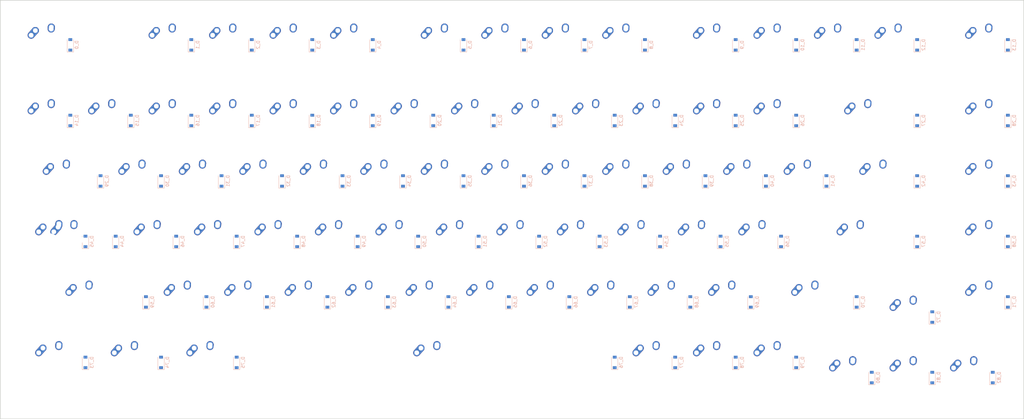
<source format=kicad_pcb>
(kicad_pcb (version 20171130) (host pcbnew "(5.0.0-3-g5ebb6b6)")
  (layers (0 F.Cu signal) (31 B.Cu signal) (34 B.Paste user) (35 F.Paste user) (36 B.SilkS user) (37 F.SilkS user) (38 B.Mask user) (39 F.Mask user) (44 Edge.Cuts user))
  (net 0 "")
  (net 1 "GND")
  (net 2 "VCC")
  (net 3 "col0")
  (net 4 "col1")
  (net 5 "col2")
  (net 6 "col3")
  (net 7 "col4")
  (net 8 "col5")
  (net 9 "col6")
  (net 10 "col7")
  (net 11 "col8")
  (net 12 "col9")
  (net 13 "col10")
  (net 14 "col11")
  (net 15 "col12")
  (net 16 "col13")
  (net 17 "col14")
  (net 18 "col15")
  (net 19 "row0")
  (net 20 "row1")
  (net 21 "row2")
  (net 22 "row3")
  (net 23 "row4")
  (net 24 "row5")
  (net 25 "row6")
  (net 26 "row7")
  (net 27 "Net-(K_0-Pad1)")
  (net 28 "Net-(K_0-Pad2)")
  (net 29 "Net-(K_0-Pad3)")
  (net 30 "Net-(K_0-Pad4)")
  (net 31 "Net-(D_0-Pad1)")
  (net 32 "Net-(D_0-Pad2)")
  (net 33 "Net-(K_1-Pad1)")
  (net 34 "Net-(K_1-Pad2)")
  (net 35 "Net-(K_1-Pad3)")
  (net 36 "Net-(K_1-Pad4)")
  (net 37 "Net-(D_1-Pad1)")
  (net 38 "Net-(D_1-Pad2)")
  (net 39 "Net-(K_2-Pad1)")
  (net 40 "Net-(K_2-Pad2)")
  (net 41 "Net-(K_2-Pad3)")
  (net 42 "Net-(K_2-Pad4)")
  (net 43 "Net-(D_2-Pad1)")
  (net 44 "Net-(D_2-Pad2)")
  (net 45 "Net-(K_3-Pad1)")
  (net 46 "Net-(K_3-Pad2)")
  (net 47 "Net-(K_3-Pad3)")
  (net 48 "Net-(K_3-Pad4)")
  (net 49 "Net-(D_3-Pad1)")
  (net 50 "Net-(D_3-Pad2)")
  (net 51 "Net-(K_4-Pad1)")
  (net 52 "Net-(K_4-Pad2)")
  (net 53 "Net-(K_4-Pad3)")
  (net 54 "Net-(K_4-Pad4)")
  (net 55 "Net-(D_4-Pad1)")
  (net 56 "Net-(D_4-Pad2)")
  (net 57 "Net-(K_5-Pad1)")
  (net 58 "Net-(K_5-Pad2)")
  (net 59 "Net-(K_5-Pad3)")
  (net 60 "Net-(K_5-Pad4)")
  (net 61 "Net-(D_5-Pad1)")
  (net 62 "Net-(D_5-Pad2)")
  (net 63 "Net-(K_6-Pad1)")
  (net 64 "Net-(K_6-Pad2)")
  (net 65 "Net-(K_6-Pad3)")
  (net 66 "Net-(K_6-Pad4)")
  (net 67 "Net-(D_6-Pad1)")
  (net 68 "Net-(D_6-Pad2)")
  (net 69 "Net-(K_7-Pad1)")
  (net 70 "Net-(K_7-Pad2)")
  (net 71 "Net-(K_7-Pad3)")
  (net 72 "Net-(K_7-Pad4)")
  (net 73 "Net-(D_7-Pad1)")
  (net 74 "Net-(D_7-Pad2)")
  (net 75 "Net-(K_8-Pad1)")
  (net 76 "Net-(K_8-Pad2)")
  (net 77 "Net-(K_8-Pad3)")
  (net 78 "Net-(K_8-Pad4)")
  (net 79 "Net-(D_8-Pad1)")
  (net 80 "Net-(D_8-Pad2)")
  (net 81 "Net-(K_9-Pad1)")
  (net 82 "Net-(K_9-Pad2)")
  (net 83 "Net-(K_9-Pad3)")
  (net 84 "Net-(K_9-Pad4)")
  (net 85 "Net-(D_9-Pad1)")
  (net 86 "Net-(D_9-Pad2)")
  (net 87 "Net-(K_10-Pad1)")
  (net 88 "Net-(K_10-Pad2)")
  (net 89 "Net-(K_10-Pad3)")
  (net 90 "Net-(K_10-Pad4)")
  (net 91 "Net-(D_10-Pad1)")
  (net 92 "Net-(D_10-Pad2)")
  (net 93 "Net-(K_11-Pad1)")
  (net 94 "Net-(K_11-Pad2)")
  (net 95 "Net-(K_11-Pad3)")
  (net 96 "Net-(K_11-Pad4)")
  (net 97 "Net-(D_11-Pad1)")
  (net 98 "Net-(D_11-Pad2)")
  (net 99 "Net-(K_12-Pad1)")
  (net 100 "Net-(K_12-Pad2)")
  (net 101 "Net-(K_12-Pad3)")
  (net 102 "Net-(K_12-Pad4)")
  (net 103 "Net-(D_12-Pad1)")
  (net 104 "Net-(D_12-Pad2)")
  (net 105 "Net-(K_13-Pad1)")
  (net 106 "Net-(K_13-Pad2)")
  (net 107 "Net-(K_13-Pad3)")
  (net 108 "Net-(K_13-Pad4)")
  (net 109 "Net-(D_13-Pad1)")
  (net 110 "Net-(D_13-Pad2)")
  (net 111 "Net-(K_14-Pad1)")
  (net 112 "Net-(K_14-Pad2)")
  (net 113 "Net-(K_14-Pad3)")
  (net 114 "Net-(K_14-Pad4)")
  (net 115 "Net-(D_14-Pad1)")
  (net 116 "Net-(D_14-Pad2)")
  (net 117 "Net-(K_15-Pad1)")
  (net 118 "Net-(K_15-Pad2)")
  (net 119 "Net-(K_15-Pad3)")
  (net 120 "Net-(K_15-Pad4)")
  (net 121 "Net-(D_15-Pad1)")
  (net 122 "Net-(D_15-Pad2)")
  (net 123 "Net-(K_16-Pad1)")
  (net 124 "Net-(K_16-Pad2)")
  (net 125 "Net-(K_16-Pad3)")
  (net 126 "Net-(K_16-Pad4)")
  (net 127 "Net-(D_16-Pad1)")
  (net 128 "Net-(D_16-Pad2)")
  (net 129 "Net-(K_17-Pad1)")
  (net 130 "Net-(K_17-Pad2)")
  (net 131 "Net-(K_17-Pad3)")
  (net 132 "Net-(K_17-Pad4)")
  (net 133 "Net-(D_17-Pad1)")
  (net 134 "Net-(D_17-Pad2)")
  (net 135 "Net-(K_18-Pad1)")
  (net 136 "Net-(K_18-Pad2)")
  (net 137 "Net-(K_18-Pad3)")
  (net 138 "Net-(K_18-Pad4)")
  (net 139 "Net-(D_18-Pad1)")
  (net 140 "Net-(D_18-Pad2)")
  (net 141 "Net-(K_19-Pad1)")
  (net 142 "Net-(K_19-Pad2)")
  (net 143 "Net-(K_19-Pad3)")
  (net 144 "Net-(K_19-Pad4)")
  (net 145 "Net-(D_19-Pad1)")
  (net 146 "Net-(D_19-Pad2)")
  (net 147 "Net-(K_20-Pad1)")
  (net 148 "Net-(K_20-Pad2)")
  (net 149 "Net-(K_20-Pad3)")
  (net 150 "Net-(K_20-Pad4)")
  (net 151 "Net-(D_20-Pad1)")
  (net 152 "Net-(D_20-Pad2)")
  (net 153 "Net-(K_21-Pad1)")
  (net 154 "Net-(K_21-Pad2)")
  (net 155 "Net-(K_21-Pad3)")
  (net 156 "Net-(K_21-Pad4)")
  (net 157 "Net-(D_21-Pad1)")
  (net 158 "Net-(D_21-Pad2)")
  (net 159 "Net-(K_22-Pad1)")
  (net 160 "Net-(K_22-Pad2)")
  (net 161 "Net-(K_22-Pad3)")
  (net 162 "Net-(K_22-Pad4)")
  (net 163 "Net-(D_22-Pad1)")
  (net 164 "Net-(D_22-Pad2)")
  (net 165 "Net-(K_23-Pad1)")
  (net 166 "Net-(K_23-Pad2)")
  (net 167 "Net-(K_23-Pad3)")
  (net 168 "Net-(K_23-Pad4)")
  (net 169 "Net-(D_23-Pad1)")
  (net 170 "Net-(D_23-Pad2)")
  (net 171 "Net-(K_24-Pad1)")
  (net 172 "Net-(K_24-Pad2)")
  (net 173 "Net-(K_24-Pad3)")
  (net 174 "Net-(K_24-Pad4)")
  (net 175 "Net-(D_24-Pad1)")
  (net 176 "Net-(D_24-Pad2)")
  (net 177 "Net-(K_25-Pad1)")
  (net 178 "Net-(K_25-Pad2)")
  (net 179 "Net-(K_25-Pad3)")
  (net 180 "Net-(K_25-Pad4)")
  (net 181 "Net-(D_25-Pad1)")
  (net 182 "Net-(D_25-Pad2)")
  (net 183 "Net-(K_26-Pad1)")
  (net 184 "Net-(K_26-Pad2)")
  (net 185 "Net-(K_26-Pad3)")
  (net 186 "Net-(K_26-Pad4)")
  (net 187 "Net-(D_26-Pad1)")
  (net 188 "Net-(D_26-Pad2)")
  (net 189 "Net-(K_27-Pad1)")
  (net 190 "Net-(K_27-Pad2)")
  (net 191 "Net-(K_27-Pad3)")
  (net 192 "Net-(K_27-Pad4)")
  (net 193 "Net-(D_27-Pad1)")
  (net 194 "Net-(D_27-Pad2)")
  (net 195 "Net-(K_28-Pad1)")
  (net 196 "Net-(K_28-Pad2)")
  (net 197 "Net-(K_28-Pad3)")
  (net 198 "Net-(K_28-Pad4)")
  (net 199 "Net-(D_28-Pad1)")
  (net 200 "Net-(D_28-Pad2)")
  (net 201 "Net-(K_29-Pad1)")
  (net 202 "Net-(K_29-Pad2)")
  (net 203 "Net-(K_29-Pad3)")
  (net 204 "Net-(K_29-Pad4)")
  (net 205 "Net-(D_29-Pad1)")
  (net 206 "Net-(D_29-Pad2)")
  (net 207 "Net-(K_30-Pad1)")
  (net 208 "Net-(K_30-Pad2)")
  (net 209 "Net-(K_30-Pad3)")
  (net 210 "Net-(K_30-Pad4)")
  (net 211 "Net-(D_30-Pad1)")
  (net 212 "Net-(D_30-Pad2)")
  (net 213 "Net-(K_31-Pad1)")
  (net 214 "Net-(K_31-Pad2)")
  (net 215 "Net-(K_31-Pad3)")
  (net 216 "Net-(K_31-Pad4)")
  (net 217 "Net-(D_31-Pad1)")
  (net 218 "Net-(D_31-Pad2)")
  (net 219 "Net-(K_32-Pad1)")
  (net 220 "Net-(K_32-Pad2)")
  (net 221 "Net-(K_32-Pad3)")
  (net 222 "Net-(K_32-Pad4)")
  (net 223 "Net-(D_32-Pad1)")
  (net 224 "Net-(D_32-Pad2)")
  (net 225 "Net-(K_33-Pad1)")
  (net 226 "Net-(K_33-Pad2)")
  (net 227 "Net-(K_33-Pad3)")
  (net 228 "Net-(K_33-Pad4)")
  (net 229 "Net-(D_33-Pad1)")
  (net 230 "Net-(D_33-Pad2)")
  (net 231 "Net-(K_34-Pad1)")
  (net 232 "Net-(K_34-Pad2)")
  (net 233 "Net-(K_34-Pad3)")
  (net 234 "Net-(K_34-Pad4)")
  (net 235 "Net-(D_34-Pad1)")
  (net 236 "Net-(D_34-Pad2)")
  (net 237 "Net-(K_35-Pad1)")
  (net 238 "Net-(K_35-Pad2)")
  (net 239 "Net-(K_35-Pad3)")
  (net 240 "Net-(K_35-Pad4)")
  (net 241 "Net-(D_35-Pad1)")
  (net 242 "Net-(D_35-Pad2)")
  (net 243 "Net-(K_36-Pad1)")
  (net 244 "Net-(K_36-Pad2)")
  (net 245 "Net-(K_36-Pad3)")
  (net 246 "Net-(K_36-Pad4)")
  (net 247 "Net-(D_36-Pad1)")
  (net 248 "Net-(D_36-Pad2)")
  (net 249 "Net-(K_37-Pad1)")
  (net 250 "Net-(K_37-Pad2)")
  (net 251 "Net-(K_37-Pad3)")
  (net 252 "Net-(K_37-Pad4)")
  (net 253 "Net-(D_37-Pad1)")
  (net 254 "Net-(D_37-Pad2)")
  (net 255 "Net-(K_38-Pad1)")
  (net 256 "Net-(K_38-Pad2)")
  (net 257 "Net-(K_38-Pad3)")
  (net 258 "Net-(K_38-Pad4)")
  (net 259 "Net-(D_38-Pad1)")
  (net 260 "Net-(D_38-Pad2)")
  (net 261 "Net-(K_39-Pad1)")
  (net 262 "Net-(K_39-Pad2)")
  (net 263 "Net-(K_39-Pad3)")
  (net 264 "Net-(K_39-Pad4)")
  (net 265 "Net-(D_39-Pad1)")
  (net 266 "Net-(D_39-Pad2)")
  (net 267 "Net-(K_40-Pad1)")
  (net 268 "Net-(K_40-Pad2)")
  (net 269 "Net-(K_40-Pad3)")
  (net 270 "Net-(K_40-Pad4)")
  (net 271 "Net-(D_40-Pad1)")
  (net 272 "Net-(D_40-Pad2)")
  (net 273 "Net-(K_41-Pad1)")
  (net 274 "Net-(K_41-Pad2)")
  (net 275 "Net-(K_41-Pad3)")
  (net 276 "Net-(K_41-Pad4)")
  (net 277 "Net-(D_41-Pad1)")
  (net 278 "Net-(D_41-Pad2)")
  (net 279 "Net-(K_42-Pad1)")
  (net 280 "Net-(K_42-Pad2)")
  (net 281 "Net-(K_42-Pad3)")
  (net 282 "Net-(K_42-Pad4)")
  (net 283 "Net-(D_42-Pad1)")
  (net 284 "Net-(D_42-Pad2)")
  (net 285 "Net-(K_43-Pad1)")
  (net 286 "Net-(K_43-Pad2)")
  (net 287 "Net-(K_43-Pad3)")
  (net 288 "Net-(K_43-Pad4)")
  (net 289 "Net-(D_43-Pad1)")
  (net 290 "Net-(D_43-Pad2)")
  (net 291 "Net-(K_44-Pad1)")
  (net 292 "Net-(K_44-Pad2)")
  (net 293 "Net-(K_44-Pad3)")
  (net 294 "Net-(K_44-Pad4)")
  (net 295 "Net-(D_44-Pad1)")
  (net 296 "Net-(D_44-Pad2)")
  (net 297 "Net-(K_45-Pad1)")
  (net 298 "Net-(K_45-Pad2)")
  (net 299 "Net-(K_45-Pad3)")
  (net 300 "Net-(K_45-Pad4)")
  (net 301 "Net-(D_45-Pad1)")
  (net 302 "Net-(D_45-Pad2)")
  (net 303 "Net-(K_46-Pad1)")
  (net 304 "Net-(K_46-Pad2)")
  (net 305 "Net-(K_46-Pad3)")
  (net 306 "Net-(K_46-Pad4)")
  (net 307 "Net-(D_46-Pad1)")
  (net 308 "Net-(D_46-Pad2)")
  (net 309 "Net-(K_47-Pad1)")
  (net 310 "Net-(K_47-Pad2)")
  (net 311 "Net-(K_47-Pad3)")
  (net 312 "Net-(K_47-Pad4)")
  (net 313 "Net-(D_47-Pad1)")
  (net 314 "Net-(D_47-Pad2)")
  (net 315 "Net-(K_48-Pad1)")
  (net 316 "Net-(K_48-Pad2)")
  (net 317 "Net-(K_48-Pad3)")
  (net 318 "Net-(K_48-Pad4)")
  (net 319 "Net-(D_48-Pad1)")
  (net 320 "Net-(D_48-Pad2)")
  (net 321 "Net-(K_49-Pad1)")
  (net 322 "Net-(K_49-Pad2)")
  (net 323 "Net-(K_49-Pad3)")
  (net 324 "Net-(K_49-Pad4)")
  (net 325 "Net-(D_49-Pad1)")
  (net 326 "Net-(D_49-Pad2)")
  (net 327 "Net-(K_50-Pad1)")
  (net 328 "Net-(K_50-Pad2)")
  (net 329 "Net-(K_50-Pad3)")
  (net 330 "Net-(K_50-Pad4)")
  (net 331 "Net-(D_50-Pad1)")
  (net 332 "Net-(D_50-Pad2)")
  (net 333 "Net-(K_51-Pad1)")
  (net 334 "Net-(K_51-Pad2)")
  (net 335 "Net-(K_51-Pad3)")
  (net 336 "Net-(K_51-Pad4)")
  (net 337 "Net-(D_51-Pad1)")
  (net 338 "Net-(D_51-Pad2)")
  (net 339 "Net-(K_52-Pad1)")
  (net 340 "Net-(K_52-Pad2)")
  (net 341 "Net-(K_52-Pad3)")
  (net 342 "Net-(K_52-Pad4)")
  (net 343 "Net-(D_52-Pad1)")
  (net 344 "Net-(D_52-Pad2)")
  (net 345 "Net-(K_53-Pad1)")
  (net 346 "Net-(K_53-Pad2)")
  (net 347 "Net-(K_53-Pad3)")
  (net 348 "Net-(K_53-Pad4)")
  (net 349 "Net-(D_53-Pad1)")
  (net 350 "Net-(D_53-Pad2)")
  (net 351 "Net-(K_54-Pad1)")
  (net 352 "Net-(K_54-Pad2)")
  (net 353 "Net-(K_54-Pad3)")
  (net 354 "Net-(K_54-Pad4)")
  (net 355 "Net-(D_54-Pad1)")
  (net 356 "Net-(D_54-Pad2)")
  (net 357 "Net-(K_55-Pad1)")
  (net 358 "Net-(K_55-Pad2)")
  (net 359 "Net-(K_55-Pad3)")
  (net 360 "Net-(K_55-Pad4)")
  (net 361 "Net-(D_55-Pad1)")
  (net 362 "Net-(D_55-Pad2)")
  (net 363 "Net-(K_56-Pad1)")
  (net 364 "Net-(K_56-Pad2)")
  (net 365 "Net-(K_56-Pad3)")
  (net 366 "Net-(K_56-Pad4)")
  (net 367 "Net-(D_56-Pad1)")
  (net 368 "Net-(D_56-Pad2)")
  (net 369 "Net-(K_57-Pad1)")
  (net 370 "Net-(K_57-Pad2)")
  (net 371 "Net-(K_57-Pad3)")
  (net 372 "Net-(K_57-Pad4)")
  (net 373 "Net-(D_57-Pad1)")
  (net 374 "Net-(D_57-Pad2)")
  (net 375 "Net-(K_58-Pad1)")
  (net 376 "Net-(K_58-Pad2)")
  (net 377 "Net-(K_58-Pad3)")
  (net 378 "Net-(K_58-Pad4)")
  (net 379 "Net-(D_58-Pad1)")
  (net 380 "Net-(D_58-Pad2)")
  (net 381 "Net-(K_59-Pad1)")
  (net 382 "Net-(K_59-Pad2)")
  (net 383 "Net-(K_59-Pad3)")
  (net 384 "Net-(K_59-Pad4)")
  (net 385 "Net-(D_59-Pad1)")
  (net 386 "Net-(D_59-Pad2)")
  (net 387 "Net-(K_60-Pad1)")
  (net 388 "Net-(K_60-Pad2)")
  (net 389 "Net-(K_60-Pad3)")
  (net 390 "Net-(K_60-Pad4)")
  (net 391 "Net-(D_60-Pad1)")
  (net 392 "Net-(D_60-Pad2)")
  (net 393 "Net-(K_61-Pad1)")
  (net 394 "Net-(K_61-Pad2)")
  (net 395 "Net-(K_61-Pad3)")
  (net 396 "Net-(K_61-Pad4)")
  (net 397 "Net-(D_61-Pad1)")
  (net 398 "Net-(D_61-Pad2)")
  (net 399 "Net-(K_62-Pad1)")
  (net 400 "Net-(K_62-Pad2)")
  (net 401 "Net-(K_62-Pad3)")
  (net 402 "Net-(K_62-Pad4)")
  (net 403 "Net-(D_62-Pad1)")
  (net 404 "Net-(D_62-Pad2)")
  (net 405 "Net-(K_63-Pad1)")
  (net 406 "Net-(K_63-Pad2)")
  (net 407 "Net-(K_63-Pad3)")
  (net 408 "Net-(K_63-Pad4)")
  (net 409 "Net-(D_63-Pad1)")
  (net 410 "Net-(D_63-Pad2)")
  (net 411 "Net-(K_64-Pad1)")
  (net 412 "Net-(K_64-Pad2)")
  (net 413 "Net-(K_64-Pad3)")
  (net 414 "Net-(K_64-Pad4)")
  (net 415 "Net-(D_64-Pad1)")
  (net 416 "Net-(D_64-Pad2)")
  (net 417 "Net-(K_65-Pad1)")
  (net 418 "Net-(K_65-Pad2)")
  (net 419 "Net-(K_65-Pad3)")
  (net 420 "Net-(K_65-Pad4)")
  (net 421 "Net-(D_65-Pad1)")
  (net 422 "Net-(D_65-Pad2)")
  (net 423 "Net-(K_66-Pad1)")
  (net 424 "Net-(K_66-Pad2)")
  (net 425 "Net-(K_66-Pad3)")
  (net 426 "Net-(K_66-Pad4)")
  (net 427 "Net-(D_66-Pad1)")
  (net 428 "Net-(D_66-Pad2)")
  (net 429 "Net-(K_67-Pad1)")
  (net 430 "Net-(K_67-Pad2)")
  (net 431 "Net-(K_67-Pad3)")
  (net 432 "Net-(K_67-Pad4)")
  (net 433 "Net-(D_67-Pad1)")
  (net 434 "Net-(D_67-Pad2)")
  (net 435 "Net-(K_68-Pad1)")
  (net 436 "Net-(K_68-Pad2)")
  (net 437 "Net-(K_68-Pad3)")
  (net 438 "Net-(K_68-Pad4)")
  (net 439 "Net-(D_68-Pad1)")
  (net 440 "Net-(D_68-Pad2)")
  (net 441 "Net-(K_69-Pad1)")
  (net 442 "Net-(K_69-Pad2)")
  (net 443 "Net-(K_69-Pad3)")
  (net 444 "Net-(K_69-Pad4)")
  (net 445 "Net-(D_69-Pad1)")
  (net 446 "Net-(D_69-Pad2)")
  (net 447 "Net-(K_70-Pad1)")
  (net 448 "Net-(K_70-Pad2)")
  (net 449 "Net-(K_70-Pad3)")
  (net 450 "Net-(K_70-Pad4)")
  (net 451 "Net-(D_70-Pad1)")
  (net 452 "Net-(D_70-Pad2)")
  (net 453 "Net-(K_72-Pad1)")
  (net 454 "Net-(K_72-Pad2)")
  (net 455 "Net-(K_72-Pad3)")
  (net 456 "Net-(K_72-Pad4)")
  (net 457 "Net-(D_72-Pad1)")
  (net 458 "Net-(D_72-Pad2)")
  (net 459 "Net-(K_71-Pad1)")
  (net 460 "Net-(K_71-Pad2)")
  (net 461 "Net-(K_71-Pad3)")
  (net 462 "Net-(K_71-Pad4)")
  (net 463 "Net-(D_71-Pad1)")
  (net 464 "Net-(D_71-Pad2)")
  (net 465 "Net-(K_73-Pad1)")
  (net 466 "Net-(K_73-Pad2)")
  (net 467 "Net-(K_73-Pad3)")
  (net 468 "Net-(K_73-Pad4)")
  (net 469 "Net-(D_73-Pad1)")
  (net 470 "Net-(D_73-Pad2)")
  (net 471 "Net-(K_74-Pad1)")
  (net 472 "Net-(K_74-Pad2)")
  (net 473 "Net-(K_74-Pad3)")
  (net 474 "Net-(K_74-Pad4)")
  (net 475 "Net-(D_74-Pad1)")
  (net 476 "Net-(D_74-Pad2)")
  (net 477 "Net-(K_75-Pad1)")
  (net 478 "Net-(K_75-Pad2)")
  (net 479 "Net-(K_75-Pad3)")
  (net 480 "Net-(K_75-Pad4)")
  (net 481 "Net-(D_75-Pad1)")
  (net 482 "Net-(D_75-Pad2)")
  (net 483 "Net-(K_76-Pad1)")
  (net 484 "Net-(K_76-Pad2)")
  (net 485 "Net-(K_76-Pad3)")
  (net 486 "Net-(K_76-Pad4)")
  (net 487 "Net-(D_76-Pad1)")
  (net 488 "Net-(D_76-Pad2)")
  (net 489 "Net-(K_77-Pad1)")
  (net 490 "Net-(K_77-Pad2)")
  (net 491 "Net-(K_77-Pad3)")
  (net 492 "Net-(K_77-Pad4)")
  (net 493 "Net-(D_77-Pad1)")
  (net 494 "Net-(D_77-Pad2)")
  (net 495 "Net-(K_78-Pad1)")
  (net 496 "Net-(K_78-Pad2)")
  (net 497 "Net-(K_78-Pad3)")
  (net 498 "Net-(K_78-Pad4)")
  (net 499 "Net-(D_78-Pad1)")
  (net 500 "Net-(D_78-Pad2)")
  (net 501 "Net-(K_79-Pad1)")
  (net 502 "Net-(K_79-Pad2)")
  (net 503 "Net-(K_79-Pad3)")
  (net 504 "Net-(K_79-Pad4)")
  (net 505 "Net-(D_79-Pad1)")
  (net 506 "Net-(D_79-Pad2)")
  (net 507 "Net-(K_80-Pad1)")
  (net 508 "Net-(K_80-Pad2)")
  (net 509 "Net-(K_80-Pad3)")
  (net 510 "Net-(K_80-Pad4)")
  (net 511 "Net-(D_80-Pad1)")
  (net 512 "Net-(D_80-Pad2)")
  (net 513 "Net-(K_81-Pad1)")
  (net 514 "Net-(K_81-Pad2)")
  (net 515 "Net-(K_81-Pad3)")
  (net 516 "Net-(K_81-Pad4)")
  (net 517 "Net-(D_81-Pad1)")
  (net 518 "Net-(D_81-Pad2)")
  (net 519 "Net-(K_82-Pad1)")
  (net 520 "Net-(K_82-Pad2)")
  (net 521 "Net-(K_82-Pad3)")
  (net 522 "Net-(K_82-Pad4)")
  (net 523 "Net-(D_82-Pad1)")
  (net 524 "Net-(D_82-Pad2)")
  (module MX_Alps_Hybrid:MX-1U-NoLED (layer F.Cu) (at 9.525 9.525)
    (fp_text reference K_0)
    (fp_text value KEYSW)
    (pad 1 thru_hole circle (at -2.5 -4) (size 2.25 2.25) (drill 1.47) (layers *.Cu B.Mask) (net 3 "col0"))
    (pad 1 thru_hole oval (at -3.81 -2.54 48.0996) (size 4.211556 2.25) (drill 1.47 (offset 0.980778 0)) (layers *.Cu B.Mask) (net 3 "col0"))
    (pad 2 thru_hole oval (at 2.5 -4.5 86.0548) (size 2.831378 2.25) (drill 1.47 (offset 0.290689 0)) (layers *.Cu B.Mask) (net 32 "Net-(D_0-Pad2)"))
    (pad 2 thru_hole circle (at 2.54 -5.08) (size 2.25 2.25) (drill 1.47) (layers *.Cu B.Mask) (net 32 "Net-(D_0-Pad2)"))
    (pad "" np_thru_hole circle (at 0 0) (size 3.9878 3.9878) (drill 3.9878) (layers *.Cu *.Mask))
    (pad "" np_thru_hole circle (at -5.08 0 48.0996) (size 1.75 1.75) (drill 1.75) (layers *.Cu *.Mask))
    (pad "" np_thru_hole circle (at 5.08 0 48.0996) (size 1.75 1.75) (drill 1.75) (layers *.Cu *.Mask))
  )
  (module Diode_SMD:D_SOD-123 (layer B.Cu) (at 18.05 10.025 90)
    (fp_text reference D_0 (at 0 2 90) (layer B.SilkS) (effects (justify mirror)))
    (fp_text value D)
    (pad 2 smd rect (at 1.65 0 90) (size 0.9 1.2) (layers B.Cu B.Paste B.Mask) (net 32 "Net-(D_0-Pad2)"))
    (pad 1 smd rect (at -1.65 0 90) (size 0.9 1.2) (layers B.Cu B.Paste B.Mask) (net 19 "row0"))
  )
  (module MX_Alps_Hybrid:MX-1U-NoLED (layer F.Cu) (at 47.625 9.525)
    (fp_text reference K_1)
    (fp_text value KEYSW)
    (pad 1 thru_hole circle (at -2.5 -4) (size 2.25 2.25) (drill 1.47) (layers *.Cu B.Mask) (net 5 "col2"))
    (pad 1 thru_hole oval (at -3.81 -2.54 48.0996) (size 4.211556 2.25) (drill 1.47 (offset 0.980778 0)) (layers *.Cu B.Mask) (net 5 "col2"))
    (pad 2 thru_hole oval (at 2.5 -4.5 86.0548) (size 2.831378 2.25) (drill 1.47 (offset 0.290689 0)) (layers *.Cu B.Mask) (net 38 "Net-(D_1-Pad2)"))
    (pad 2 thru_hole circle (at 2.54 -5.08) (size 2.25 2.25) (drill 1.47) (layers *.Cu B.Mask) (net 38 "Net-(D_1-Pad2)"))
    (pad "" np_thru_hole circle (at 0 0) (size 3.9878 3.9878) (drill 3.9878) (layers *.Cu *.Mask))
    (pad "" np_thru_hole circle (at -5.08 0 48.0996) (size 1.75 1.75) (drill 1.75) (layers *.Cu *.Mask))
    (pad "" np_thru_hole circle (at 5.08 0 48.0996) (size 1.75 1.75) (drill 1.75) (layers *.Cu *.Mask))
  )
  (module Diode_SMD:D_SOD-123 (layer B.Cu) (at 56.15 10.025 90)
    (fp_text reference D_1 (at 0 2 90) (layer B.SilkS) (effects (justify mirror)))
    (fp_text value D)
    (pad 2 smd rect (at 1.65 0 90) (size 0.9 1.2) (layers B.Cu B.Paste B.Mask) (net 38 "Net-(D_1-Pad2)"))
    (pad 1 smd rect (at -1.65 0 90) (size 0.9 1.2) (layers B.Cu B.Paste B.Mask) (net 19 "row0"))
  )
  (module MX_Alps_Hybrid:MX-1U-NoLED (layer F.Cu) (at 66.675 9.525)
    (fp_text reference K_2)
    (fp_text value KEYSW)
    (pad 1 thru_hole circle (at -2.5 -4) (size 2.25 2.25) (drill 1.47) (layers *.Cu B.Mask) (net 6 "col3"))
    (pad 1 thru_hole oval (at -3.81 -2.54 48.0996) (size 4.211556 2.25) (drill 1.47 (offset 0.980778 0)) (layers *.Cu B.Mask) (net 6 "col3"))
    (pad 2 thru_hole oval (at 2.5 -4.5 86.0548) (size 2.831378 2.25) (drill 1.47 (offset 0.290689 0)) (layers *.Cu B.Mask) (net 44 "Net-(D_2-Pad2)"))
    (pad 2 thru_hole circle (at 2.54 -5.08) (size 2.25 2.25) (drill 1.47) (layers *.Cu B.Mask) (net 44 "Net-(D_2-Pad2)"))
    (pad "" np_thru_hole circle (at 0 0) (size 3.9878 3.9878) (drill 3.9878) (layers *.Cu *.Mask))
    (pad "" np_thru_hole circle (at -5.08 0 48.0996) (size 1.75 1.75) (drill 1.75) (layers *.Cu *.Mask))
    (pad "" np_thru_hole circle (at 5.08 0 48.0996) (size 1.75 1.75) (drill 1.75) (layers *.Cu *.Mask))
  )
  (module Diode_SMD:D_SOD-123 (layer B.Cu) (at 75.2 10.025 90)
    (fp_text reference D_2 (at 0 2 90) (layer B.SilkS) (effects (justify mirror)))
    (fp_text value D)
    (pad 2 smd rect (at 1.65 0 90) (size 0.9 1.2) (layers B.Cu B.Paste B.Mask) (net 44 "Net-(D_2-Pad2)"))
    (pad 1 smd rect (at -1.65 0 90) (size 0.9 1.2) (layers B.Cu B.Paste B.Mask) (net 19 "row0"))
  )
  (module MX_Alps_Hybrid:MX-1U-NoLED (layer F.Cu) (at 85.725 9.525)
    (fp_text reference K_3)
    (fp_text value KEYSW)
    (pad 1 thru_hole circle (at -2.5 -4) (size 2.25 2.25) (drill 1.47) (layers *.Cu B.Mask) (net 7 "col4"))
    (pad 1 thru_hole oval (at -3.81 -2.54 48.0996) (size 4.211556 2.25) (drill 1.47 (offset 0.980778 0)) (layers *.Cu B.Mask) (net 7 "col4"))
    (pad 2 thru_hole oval (at 2.5 -4.5 86.0548) (size 2.831378 2.25) (drill 1.47 (offset 0.290689 0)) (layers *.Cu B.Mask) (net 50 "Net-(D_3-Pad2)"))
    (pad 2 thru_hole circle (at 2.54 -5.08) (size 2.25 2.25) (drill 1.47) (layers *.Cu B.Mask) (net 50 "Net-(D_3-Pad2)"))
    (pad "" np_thru_hole circle (at 0 0) (size 3.9878 3.9878) (drill 3.9878) (layers *.Cu *.Mask))
    (pad "" np_thru_hole circle (at -5.08 0 48.0996) (size 1.75 1.75) (drill 1.75) (layers *.Cu *.Mask))
    (pad "" np_thru_hole circle (at 5.08 0 48.0996) (size 1.75 1.75) (drill 1.75) (layers *.Cu *.Mask))
  )
  (module Diode_SMD:D_SOD-123 (layer B.Cu) (at 94.25 10.025 90)
    (fp_text reference D_3 (at 0 2 90) (layer B.SilkS) (effects (justify mirror)))
    (fp_text value D)
    (pad 2 smd rect (at 1.65 0 90) (size 0.9 1.2) (layers B.Cu B.Paste B.Mask) (net 50 "Net-(D_3-Pad2)"))
    (pad 1 smd rect (at -1.65 0 90) (size 0.9 1.2) (layers B.Cu B.Paste B.Mask) (net 19 "row0"))
  )
  (module MX_Alps_Hybrid:MX-1U-NoLED (layer F.Cu) (at 104.775 9.525)
    (fp_text reference K_4)
    (fp_text value KEYSW)
    (pad 1 thru_hole circle (at -2.5 -4) (size 2.25 2.25) (drill 1.47) (layers *.Cu B.Mask) (net 8 "col5"))
    (pad 1 thru_hole oval (at -3.81 -2.54 48.0996) (size 4.211556 2.25) (drill 1.47 (offset 0.980778 0)) (layers *.Cu B.Mask) (net 8 "col5"))
    (pad 2 thru_hole oval (at 2.5 -4.5 86.0548) (size 2.831378 2.25) (drill 1.47 (offset 0.290689 0)) (layers *.Cu B.Mask) (net 56 "Net-(D_4-Pad2)"))
    (pad 2 thru_hole circle (at 2.54 -5.08) (size 2.25 2.25) (drill 1.47) (layers *.Cu B.Mask) (net 56 "Net-(D_4-Pad2)"))
    (pad "" np_thru_hole circle (at 0 0) (size 3.9878 3.9878) (drill 3.9878) (layers *.Cu *.Mask))
    (pad "" np_thru_hole circle (at -5.08 0 48.0996) (size 1.75 1.75) (drill 1.75) (layers *.Cu *.Mask))
    (pad "" np_thru_hole circle (at 5.08 0 48.0996) (size 1.75 1.75) (drill 1.75) (layers *.Cu *.Mask))
  )
  (module Diode_SMD:D_SOD-123 (layer B.Cu) (at 113.3 10.025 90)
    (fp_text reference D_4 (at 0 2 90) (layer B.SilkS) (effects (justify mirror)))
    (fp_text value D)
    (pad 2 smd rect (at 1.65 0 90) (size 0.9 1.2) (layers B.Cu B.Paste B.Mask) (net 56 "Net-(D_4-Pad2)"))
    (pad 1 smd rect (at -1.65 0 90) (size 0.9 1.2) (layers B.Cu B.Paste B.Mask) (net 19 "row0"))
  )
  (module MX_Alps_Hybrid:MX-1U-NoLED (layer F.Cu) (at 133.35 9.525)
    (fp_text reference K_5)
    (fp_text value KEYSW)
    (pad 1 thru_hole circle (at -2.5 -4) (size 2.25 2.25) (drill 1.47) (layers *.Cu B.Mask) (net 9 "col6"))
    (pad 1 thru_hole oval (at -3.81 -2.54 48.0996) (size 4.211556 2.25) (drill 1.47 (offset 0.980778 0)) (layers *.Cu B.Mask) (net 9 "col6"))
    (pad 2 thru_hole oval (at 2.5 -4.5 86.0548) (size 2.831378 2.25) (drill 1.47 (offset 0.290689 0)) (layers *.Cu B.Mask) (net 62 "Net-(D_5-Pad2)"))
    (pad 2 thru_hole circle (at 2.54 -5.08) (size 2.25 2.25) (drill 1.47) (layers *.Cu B.Mask) (net 62 "Net-(D_5-Pad2)"))
    (pad "" np_thru_hole circle (at 0 0) (size 3.9878 3.9878) (drill 3.9878) (layers *.Cu *.Mask))
    (pad "" np_thru_hole circle (at -5.08 0 48.0996) (size 1.75 1.75) (drill 1.75) (layers *.Cu *.Mask))
    (pad "" np_thru_hole circle (at 5.08 0 48.0996) (size 1.75 1.75) (drill 1.75) (layers *.Cu *.Mask))
  )
  (module Diode_SMD:D_SOD-123 (layer B.Cu) (at 141.875 10.025 90)
    (fp_text reference D_5 (at 0 2 90) (layer B.SilkS) (effects (justify mirror)))
    (fp_text value D)
    (pad 2 smd rect (at 1.65 0 90) (size 0.9 1.2) (layers B.Cu B.Paste B.Mask) (net 62 "Net-(D_5-Pad2)"))
    (pad 1 smd rect (at -1.65 0 90) (size 0.9 1.2) (layers B.Cu B.Paste B.Mask) (net 19 "row0"))
  )
  (module MX_Alps_Hybrid:MX-1U-NoLED (layer F.Cu) (at 152.4 9.525)
    (fp_text reference K_6)
    (fp_text value KEYSW)
    (pad 1 thru_hole circle (at -2.5 -4) (size 2.25 2.25) (drill 1.47) (layers *.Cu B.Mask) (net 10 "col7"))
    (pad 1 thru_hole oval (at -3.81 -2.54 48.0996) (size 4.211556 2.25) (drill 1.47 (offset 0.980778 0)) (layers *.Cu B.Mask) (net 10 "col7"))
    (pad 2 thru_hole oval (at 2.5 -4.5 86.0548) (size 2.831378 2.25) (drill 1.47 (offset 0.290689 0)) (layers *.Cu B.Mask) (net 68 "Net-(D_6-Pad2)"))
    (pad 2 thru_hole circle (at 2.54 -5.08) (size 2.25 2.25) (drill 1.47) (layers *.Cu B.Mask) (net 68 "Net-(D_6-Pad2)"))
    (pad "" np_thru_hole circle (at 0 0) (size 3.9878 3.9878) (drill 3.9878) (layers *.Cu *.Mask))
    (pad "" np_thru_hole circle (at -5.08 0 48.0996) (size 1.75 1.75) (drill 1.75) (layers *.Cu *.Mask))
    (pad "" np_thru_hole circle (at 5.08 0 48.0996) (size 1.75 1.75) (drill 1.75) (layers *.Cu *.Mask))
  )
  (module Diode_SMD:D_SOD-123 (layer B.Cu) (at 160.925 10.025 90)
    (fp_text reference D_6 (at 0 2 90) (layer B.SilkS) (effects (justify mirror)))
    (fp_text value D)
    (pad 2 smd rect (at 1.65 0 90) (size 0.9 1.2) (layers B.Cu B.Paste B.Mask) (net 68 "Net-(D_6-Pad2)"))
    (pad 1 smd rect (at -1.65 0 90) (size 0.9 1.2) (layers B.Cu B.Paste B.Mask) (net 19 "row0"))
  )
  (module MX_Alps_Hybrid:MX-1U-NoLED (layer F.Cu) (at 171.45 9.525)
    (fp_text reference K_7)
    (fp_text value KEYSW)
    (pad 1 thru_hole circle (at -2.5 -4) (size 2.25 2.25) (drill 1.47) (layers *.Cu B.Mask) (net 11 "col8"))
    (pad 1 thru_hole oval (at -3.81 -2.54 48.0996) (size 4.211556 2.25) (drill 1.47 (offset 0.980778 0)) (layers *.Cu B.Mask) (net 11 "col8"))
    (pad 2 thru_hole oval (at 2.5 -4.5 86.0548) (size 2.831378 2.25) (drill 1.47 (offset 0.290689 0)) (layers *.Cu B.Mask) (net 74 "Net-(D_7-Pad2)"))
    (pad 2 thru_hole circle (at 2.54 -5.08) (size 2.25 2.25) (drill 1.47) (layers *.Cu B.Mask) (net 74 "Net-(D_7-Pad2)"))
    (pad "" np_thru_hole circle (at 0 0) (size 3.9878 3.9878) (drill 3.9878) (layers *.Cu *.Mask))
    (pad "" np_thru_hole circle (at -5.08 0 48.0996) (size 1.75 1.75) (drill 1.75) (layers *.Cu *.Mask))
    (pad "" np_thru_hole circle (at 5.08 0 48.0996) (size 1.75 1.75) (drill 1.75) (layers *.Cu *.Mask))
  )
  (module Diode_SMD:D_SOD-123 (layer B.Cu) (at 179.975 10.025 90)
    (fp_text reference D_7 (at 0 2 90) (layer B.SilkS) (effects (justify mirror)))
    (fp_text value D)
    (pad 2 smd rect (at 1.65 0 90) (size 0.9 1.2) (layers B.Cu B.Paste B.Mask) (net 74 "Net-(D_7-Pad2)"))
    (pad 1 smd rect (at -1.65 0 90) (size 0.9 1.2) (layers B.Cu B.Paste B.Mask) (net 19 "row0"))
  )
  (module MX_Alps_Hybrid:MX-1U-NoLED (layer F.Cu) (at 190.5 9.525)
    (fp_text reference K_8)
    (fp_text value KEYSW)
    (pad 1 thru_hole circle (at -2.5 -4) (size 2.25 2.25) (drill 1.47) (layers *.Cu B.Mask) (net 12 "col9"))
    (pad 1 thru_hole oval (at -3.81 -2.54 48.0996) (size 4.211556 2.25) (drill 1.47 (offset 0.980778 0)) (layers *.Cu B.Mask) (net 12 "col9"))
    (pad 2 thru_hole oval (at 2.5 -4.5 86.0548) (size 2.831378 2.25) (drill 1.47 (offset 0.290689 0)) (layers *.Cu B.Mask) (net 80 "Net-(D_8-Pad2)"))
    (pad 2 thru_hole circle (at 2.54 -5.08) (size 2.25 2.25) (drill 1.47) (layers *.Cu B.Mask) (net 80 "Net-(D_8-Pad2)"))
    (pad "" np_thru_hole circle (at 0 0) (size 3.9878 3.9878) (drill 3.9878) (layers *.Cu *.Mask))
    (pad "" np_thru_hole circle (at -5.08 0 48.0996) (size 1.75 1.75) (drill 1.75) (layers *.Cu *.Mask))
    (pad "" np_thru_hole circle (at 5.08 0 48.0996) (size 1.75 1.75) (drill 1.75) (layers *.Cu *.Mask))
  )
  (module Diode_SMD:D_SOD-123 (layer B.Cu) (at 199.025 10.025 90)
    (fp_text reference D_8 (at 0 2 90) (layer B.SilkS) (effects (justify mirror)))
    (fp_text value D)
    (pad 2 smd rect (at 1.65 0 90) (size 0.9 1.2) (layers B.Cu B.Paste B.Mask) (net 80 "Net-(D_8-Pad2)"))
    (pad 1 smd rect (at -1.65 0 90) (size 0.9 1.2) (layers B.Cu B.Paste B.Mask) (net 19 "row0"))
  )
  (module MX_Alps_Hybrid:MX-1U-NoLED (layer F.Cu) (at 219.075 9.525)
    (fp_text reference K_9)
    (fp_text value KEYSW)
    (pad 1 thru_hole circle (at -2.5 -4) (size 2.25 2.25) (drill 1.47) (layers *.Cu B.Mask) (net 13 "col10"))
    (pad 1 thru_hole oval (at -3.81 -2.54 48.0996) (size 4.211556 2.25) (drill 1.47 (offset 0.980778 0)) (layers *.Cu B.Mask) (net 13 "col10"))
    (pad 2 thru_hole oval (at 2.5 -4.5 86.0548) (size 2.831378 2.25) (drill 1.47 (offset 0.290689 0)) (layers *.Cu B.Mask) (net 86 "Net-(D_9-Pad2)"))
    (pad 2 thru_hole circle (at 2.54 -5.08) (size 2.25 2.25) (drill 1.47) (layers *.Cu B.Mask) (net 86 "Net-(D_9-Pad2)"))
    (pad "" np_thru_hole circle (at 0 0) (size 3.9878 3.9878) (drill 3.9878) (layers *.Cu *.Mask))
    (pad "" np_thru_hole circle (at -5.08 0 48.0996) (size 1.75 1.75) (drill 1.75) (layers *.Cu *.Mask))
    (pad "" np_thru_hole circle (at 5.08 0 48.0996) (size 1.75 1.75) (drill 1.75) (layers *.Cu *.Mask))
  )
  (module Diode_SMD:D_SOD-123 (layer B.Cu) (at 227.6 10.025 90)
    (fp_text reference D_9 (at 0 2 90) (layer B.SilkS) (effects (justify mirror)))
    (fp_text value D)
    (pad 2 smd rect (at 1.65 0 90) (size 0.9 1.2) (layers B.Cu B.Paste B.Mask) (net 86 "Net-(D_9-Pad2)"))
    (pad 1 smd rect (at -1.65 0 90) (size 0.9 1.2) (layers B.Cu B.Paste B.Mask) (net 19 "row0"))
  )
  (module MX_Alps_Hybrid:MX-1U-NoLED (layer F.Cu) (at 238.125 9.525)
    (fp_text reference K_10)
    (fp_text value KEYSW)
    (pad 1 thru_hole circle (at -2.5 -4) (size 2.25 2.25) (drill 1.47) (layers *.Cu B.Mask) (net 14 "col11"))
    (pad 1 thru_hole oval (at -3.81 -2.54 48.0996) (size 4.211556 2.25) (drill 1.47 (offset 0.980778 0)) (layers *.Cu B.Mask) (net 14 "col11"))
    (pad 2 thru_hole oval (at 2.5 -4.5 86.0548) (size 2.831378 2.25) (drill 1.47 (offset 0.290689 0)) (layers *.Cu B.Mask) (net 92 "Net-(D_10-Pad2)"))
    (pad 2 thru_hole circle (at 2.54 -5.08) (size 2.25 2.25) (drill 1.47) (layers *.Cu B.Mask) (net 92 "Net-(D_10-Pad2)"))
    (pad "" np_thru_hole circle (at 0 0) (size 3.9878 3.9878) (drill 3.9878) (layers *.Cu *.Mask))
    (pad "" np_thru_hole circle (at -5.08 0 48.0996) (size 1.75 1.75) (drill 1.75) (layers *.Cu *.Mask))
    (pad "" np_thru_hole circle (at 5.08 0 48.0996) (size 1.75 1.75) (drill 1.75) (layers *.Cu *.Mask))
  )
  (module Diode_SMD:D_SOD-123 (layer B.Cu) (at 246.65 10.025 90)
    (fp_text reference D_10 (at 0 2 90) (layer B.SilkS) (effects (justify mirror)))
    (fp_text value D)
    (pad 2 smd rect (at 1.65 0 90) (size 0.9 1.2) (layers B.Cu B.Paste B.Mask) (net 92 "Net-(D_10-Pad2)"))
    (pad 1 smd rect (at -1.65 0 90) (size 0.9 1.2) (layers B.Cu B.Paste B.Mask) (net 19 "row0"))
  )
  (module MX_Alps_Hybrid:MX-1U-NoLED (layer F.Cu) (at 257.175 9.525)
    (fp_text reference K_11)
    (fp_text value KEYSW)
    (pad 1 thru_hole circle (at -2.5 -4) (size 2.25 2.25) (drill 1.47) (layers *.Cu B.Mask) (net 15 "col12"))
    (pad 1 thru_hole oval (at -3.81 -2.54 48.0996) (size 4.211556 2.25) (drill 1.47 (offset 0.980778 0)) (layers *.Cu B.Mask) (net 15 "col12"))
    (pad 2 thru_hole oval (at 2.5 -4.5 86.0548) (size 2.831378 2.25) (drill 1.47 (offset 0.290689 0)) (layers *.Cu B.Mask) (net 98 "Net-(D_11-Pad2)"))
    (pad 2 thru_hole circle (at 2.54 -5.08) (size 2.25 2.25) (drill 1.47) (layers *.Cu B.Mask) (net 98 "Net-(D_11-Pad2)"))
    (pad "" np_thru_hole circle (at 0 0) (size 3.9878 3.9878) (drill 3.9878) (layers *.Cu *.Mask))
    (pad "" np_thru_hole circle (at -5.08 0 48.0996) (size 1.75 1.75) (drill 1.75) (layers *.Cu *.Mask))
    (pad "" np_thru_hole circle (at 5.08 0 48.0996) (size 1.75 1.75) (drill 1.75) (layers *.Cu *.Mask))
  )
  (module Diode_SMD:D_SOD-123 (layer B.Cu) (at 265.7 10.025 90)
    (fp_text reference D_11 (at 0 2 90) (layer B.SilkS) (effects (justify mirror)))
    (fp_text value D)
    (pad 2 smd rect (at 1.65 0 90) (size 0.9 1.2) (layers B.Cu B.Paste B.Mask) (net 98 "Net-(D_11-Pad2)"))
    (pad 1 smd rect (at -1.65 0 90) (size 0.9 1.2) (layers B.Cu B.Paste B.Mask) (net 19 "row0"))
  )
  (module MX_Alps_Hybrid:MX-1U-NoLED (layer F.Cu) (at 276.225 9.525)
    (fp_text reference K_12)
    (fp_text value KEYSW)
    (pad 1 thru_hole circle (at -2.5 -4) (size 2.25 2.25) (drill 1.47) (layers *.Cu B.Mask) (net 16 "col13"))
    (pad 1 thru_hole oval (at -3.81 -2.54 48.0996) (size 4.211556 2.25) (drill 1.47 (offset 0.980778 0)) (layers *.Cu B.Mask) (net 16 "col13"))
    (pad 2 thru_hole oval (at 2.5 -4.5 86.0548) (size 2.831378 2.25) (drill 1.47 (offset 0.290689 0)) (layers *.Cu B.Mask) (net 104 "Net-(D_12-Pad2)"))
    (pad 2 thru_hole circle (at 2.54 -5.08) (size 2.25 2.25) (drill 1.47) (layers *.Cu B.Mask) (net 104 "Net-(D_12-Pad2)"))
    (pad "" np_thru_hole circle (at 0 0) (size 3.9878 3.9878) (drill 3.9878) (layers *.Cu *.Mask))
    (pad "" np_thru_hole circle (at -5.08 0 48.0996) (size 1.75 1.75) (drill 1.75) (layers *.Cu *.Mask))
    (pad "" np_thru_hole circle (at 5.08 0 48.0996) (size 1.75 1.75) (drill 1.75) (layers *.Cu *.Mask))
  )
  (module Diode_SMD:D_SOD-123 (layer B.Cu) (at 284.75 10.025 90)
    (fp_text reference D_12 (at 0 2 90) (layer B.SilkS) (effects (justify mirror)))
    (fp_text value D)
    (pad 2 smd rect (at 1.65 0 90) (size 0.9 1.2) (layers B.Cu B.Paste B.Mask) (net 104 "Net-(D_12-Pad2)"))
    (pad 1 smd rect (at -1.65 0 90) (size 0.9 1.2) (layers B.Cu B.Paste B.Mask) (net 19 "row0"))
  )
  (module MX_Alps_Hybrid:MX-1U-NoLED (layer F.Cu) (at 304.8 9.525)
    (fp_text reference K_13)
    (fp_text value KEYSW)
    (pad 1 thru_hole circle (at -2.5 -4) (size 2.25 2.25) (drill 1.47) (layers *.Cu B.Mask) (net 17 "col14"))
    (pad 1 thru_hole oval (at -3.81 -2.54 48.0996) (size 4.211556 2.25) (drill 1.47 (offset 0.980778 0)) (layers *.Cu B.Mask) (net 17 "col14"))
    (pad 2 thru_hole oval (at 2.5 -4.5 86.0548) (size 2.831378 2.25) (drill 1.47 (offset 0.290689 0)) (layers *.Cu B.Mask) (net 110 "Net-(D_13-Pad2)"))
    (pad 2 thru_hole circle (at 2.54 -5.08) (size 2.25 2.25) (drill 1.47) (layers *.Cu B.Mask) (net 110 "Net-(D_13-Pad2)"))
    (pad "" np_thru_hole circle (at 0 0) (size 3.9878 3.9878) (drill 3.9878) (layers *.Cu *.Mask))
    (pad "" np_thru_hole circle (at -5.08 0 48.0996) (size 1.75 1.75) (drill 1.75) (layers *.Cu *.Mask))
    (pad "" np_thru_hole circle (at 5.08 0 48.0996) (size 1.75 1.75) (drill 1.75) (layers *.Cu *.Mask))
  )
  (module Diode_SMD:D_SOD-123 (layer B.Cu) (at 313.325 10.025 90)
    (fp_text reference D_13 (at 0 2 90) (layer B.SilkS) (effects (justify mirror)))
    (fp_text value D)
    (pad 2 smd rect (at 1.65 0 90) (size 0.9 1.2) (layers B.Cu B.Paste B.Mask) (net 110 "Net-(D_13-Pad2)"))
    (pad 1 smd rect (at -1.65 0 90) (size 0.9 1.2) (layers B.Cu B.Paste B.Mask) (net 19 "row0"))
  )
  (module MX_Alps_Hybrid:MX-1U-NoLED (layer F.Cu) (at 9.525 33.3375)
    (fp_text reference K_14)
    (fp_text value KEYSW)
    (pad 1 thru_hole circle (at -2.5 -4) (size 2.25 2.25) (drill 1.47) (layers *.Cu B.Mask) (net 3 "col0"))
    (pad 1 thru_hole oval (at -3.81 -2.54 48.0996) (size 4.211556 2.25) (drill 1.47 (offset 0.980778 0)) (layers *.Cu B.Mask) (net 3 "col0"))
    (pad 2 thru_hole oval (at 2.5 -4.5 86.0548) (size 2.831378 2.25) (drill 1.47 (offset 0.290689 0)) (layers *.Cu B.Mask) (net 116 "Net-(D_14-Pad2)"))
    (pad 2 thru_hole circle (at 2.54 -5.08) (size 2.25 2.25) (drill 1.47) (layers *.Cu B.Mask) (net 116 "Net-(D_14-Pad2)"))
    (pad "" np_thru_hole circle (at 0 0) (size 3.9878 3.9878) (drill 3.9878) (layers *.Cu *.Mask))
    (pad "" np_thru_hole circle (at -5.08 0 48.0996) (size 1.75 1.75) (drill 1.75) (layers *.Cu *.Mask))
    (pad "" np_thru_hole circle (at 5.08 0 48.0996) (size 1.75 1.75) (drill 1.75) (layers *.Cu *.Mask))
  )
  (module Diode_SMD:D_SOD-123 (layer B.Cu) (at 18.05 33.8375 90)
    (fp_text reference D_14 (at 0 2 90) (layer B.SilkS) (effects (justify mirror)))
    (fp_text value D)
    (pad 2 smd rect (at 1.65 0 90) (size 0.9 1.2) (layers B.Cu B.Paste B.Mask) (net 116 "Net-(D_14-Pad2)"))
    (pad 1 smd rect (at -1.65 0 90) (size 0.9 1.2) (layers B.Cu B.Paste B.Mask) (net 20 "row1"))
  )
  (module MX_Alps_Hybrid:MX-1U-NoLED (layer F.Cu) (at 28.575 33.3375)
    (fp_text reference K_15)
    (fp_text value KEYSW)
    (pad 1 thru_hole circle (at -2.5 -4) (size 2.25 2.25) (drill 1.47) (layers *.Cu B.Mask) (net 4 "col1"))
    (pad 1 thru_hole oval (at -3.81 -2.54 48.0996) (size 4.211556 2.25) (drill 1.47 (offset 0.980778 0)) (layers *.Cu B.Mask) (net 4 "col1"))
    (pad 2 thru_hole oval (at 2.5 -4.5 86.0548) (size 2.831378 2.25) (drill 1.47 (offset 0.290689 0)) (layers *.Cu B.Mask) (net 122 "Net-(D_15-Pad2)"))
    (pad 2 thru_hole circle (at 2.54 -5.08) (size 2.25 2.25) (drill 1.47) (layers *.Cu B.Mask) (net 122 "Net-(D_15-Pad2)"))
    (pad "" np_thru_hole circle (at 0 0) (size 3.9878 3.9878) (drill 3.9878) (layers *.Cu *.Mask))
    (pad "" np_thru_hole circle (at -5.08 0 48.0996) (size 1.75 1.75) (drill 1.75) (layers *.Cu *.Mask))
    (pad "" np_thru_hole circle (at 5.08 0 48.0996) (size 1.75 1.75) (drill 1.75) (layers *.Cu *.Mask))
  )
  (module Diode_SMD:D_SOD-123 (layer B.Cu) (at 37.1 33.8375 90)
    (fp_text reference D_15 (at 0 2 90) (layer B.SilkS) (effects (justify mirror)))
    (fp_text value D)
    (pad 2 smd rect (at 1.65 0 90) (size 0.9 1.2) (layers B.Cu B.Paste B.Mask) (net 122 "Net-(D_15-Pad2)"))
    (pad 1 smd rect (at -1.65 0 90) (size 0.9 1.2) (layers B.Cu B.Paste B.Mask) (net 20 "row1"))
  )
  (module MX_Alps_Hybrid:MX-1U-NoLED (layer F.Cu) (at 47.625 33.3375)
    (fp_text reference K_16)
    (fp_text value KEYSW)
    (pad 1 thru_hole circle (at -2.5 -4) (size 2.25 2.25) (drill 1.47) (layers *.Cu B.Mask) (net 5 "col2"))
    (pad 1 thru_hole oval (at -3.81 -2.54 48.0996) (size 4.211556 2.25) (drill 1.47 (offset 0.980778 0)) (layers *.Cu B.Mask) (net 5 "col2"))
    (pad 2 thru_hole oval (at 2.5 -4.5 86.0548) (size 2.831378 2.25) (drill 1.47 (offset 0.290689 0)) (layers *.Cu B.Mask) (net 128 "Net-(D_16-Pad2)"))
    (pad 2 thru_hole circle (at 2.54 -5.08) (size 2.25 2.25) (drill 1.47) (layers *.Cu B.Mask) (net 128 "Net-(D_16-Pad2)"))
    (pad "" np_thru_hole circle (at 0 0) (size 3.9878 3.9878) (drill 3.9878) (layers *.Cu *.Mask))
    (pad "" np_thru_hole circle (at -5.08 0 48.0996) (size 1.75 1.75) (drill 1.75) (layers *.Cu *.Mask))
    (pad "" np_thru_hole circle (at 5.08 0 48.0996) (size 1.75 1.75) (drill 1.75) (layers *.Cu *.Mask))
  )
  (module Diode_SMD:D_SOD-123 (layer B.Cu) (at 56.15 33.8375 90)
    (fp_text reference D_16 (at 0 2 90) (layer B.SilkS) (effects (justify mirror)))
    (fp_text value D)
    (pad 2 smd rect (at 1.65 0 90) (size 0.9 1.2) (layers B.Cu B.Paste B.Mask) (net 128 "Net-(D_16-Pad2)"))
    (pad 1 smd rect (at -1.65 0 90) (size 0.9 1.2) (layers B.Cu B.Paste B.Mask) (net 20 "row1"))
  )
  (module MX_Alps_Hybrid:MX-1U-NoLED (layer F.Cu) (at 66.675 33.3375)
    (fp_text reference K_17)
    (fp_text value KEYSW)
    (pad 1 thru_hole circle (at -2.5 -4) (size 2.25 2.25) (drill 1.47) (layers *.Cu B.Mask) (net 6 "col3"))
    (pad 1 thru_hole oval (at -3.81 -2.54 48.0996) (size 4.211556 2.25) (drill 1.47 (offset 0.980778 0)) (layers *.Cu B.Mask) (net 6 "col3"))
    (pad 2 thru_hole oval (at 2.5 -4.5 86.0548) (size 2.831378 2.25) (drill 1.47 (offset 0.290689 0)) (layers *.Cu B.Mask) (net 134 "Net-(D_17-Pad2)"))
    (pad 2 thru_hole circle (at 2.54 -5.08) (size 2.25 2.25) (drill 1.47) (layers *.Cu B.Mask) (net 134 "Net-(D_17-Pad2)"))
    (pad "" np_thru_hole circle (at 0 0) (size 3.9878 3.9878) (drill 3.9878) (layers *.Cu *.Mask))
    (pad "" np_thru_hole circle (at -5.08 0 48.0996) (size 1.75 1.75) (drill 1.75) (layers *.Cu *.Mask))
    (pad "" np_thru_hole circle (at 5.08 0 48.0996) (size 1.75 1.75) (drill 1.75) (layers *.Cu *.Mask))
  )
  (module Diode_SMD:D_SOD-123 (layer B.Cu) (at 75.2 33.8375 90)
    (fp_text reference D_17 (at 0 2 90) (layer B.SilkS) (effects (justify mirror)))
    (fp_text value D)
    (pad 2 smd rect (at 1.65 0 90) (size 0.9 1.2) (layers B.Cu B.Paste B.Mask) (net 134 "Net-(D_17-Pad2)"))
    (pad 1 smd rect (at -1.65 0 90) (size 0.9 1.2) (layers B.Cu B.Paste B.Mask) (net 20 "row1"))
  )
  (module MX_Alps_Hybrid:MX-1U-NoLED (layer F.Cu) (at 85.725 33.3375)
    (fp_text reference K_18)
    (fp_text value KEYSW)
    (pad 1 thru_hole circle (at -2.5 -4) (size 2.25 2.25) (drill 1.47) (layers *.Cu B.Mask) (net 7 "col4"))
    (pad 1 thru_hole oval (at -3.81 -2.54 48.0996) (size 4.211556 2.25) (drill 1.47 (offset 0.980778 0)) (layers *.Cu B.Mask) (net 7 "col4"))
    (pad 2 thru_hole oval (at 2.5 -4.5 86.0548) (size 2.831378 2.25) (drill 1.47 (offset 0.290689 0)) (layers *.Cu B.Mask) (net 140 "Net-(D_18-Pad2)"))
    (pad 2 thru_hole circle (at 2.54 -5.08) (size 2.25 2.25) (drill 1.47) (layers *.Cu B.Mask) (net 140 "Net-(D_18-Pad2)"))
    (pad "" np_thru_hole circle (at 0 0) (size 3.9878 3.9878) (drill 3.9878) (layers *.Cu *.Mask))
    (pad "" np_thru_hole circle (at -5.08 0 48.0996) (size 1.75 1.75) (drill 1.75) (layers *.Cu *.Mask))
    (pad "" np_thru_hole circle (at 5.08 0 48.0996) (size 1.75 1.75) (drill 1.75) (layers *.Cu *.Mask))
  )
  (module Diode_SMD:D_SOD-123 (layer B.Cu) (at 94.25 33.8375 90)
    (fp_text reference D_18 (at 0 2 90) (layer B.SilkS) (effects (justify mirror)))
    (fp_text value D)
    (pad 2 smd rect (at 1.65 0 90) (size 0.9 1.2) (layers B.Cu B.Paste B.Mask) (net 140 "Net-(D_18-Pad2)"))
    (pad 1 smd rect (at -1.65 0 90) (size 0.9 1.2) (layers B.Cu B.Paste B.Mask) (net 20 "row1"))
  )
  (module MX_Alps_Hybrid:MX-1U-NoLED (layer F.Cu) (at 104.775 33.3375)
    (fp_text reference K_19)
    (fp_text value KEYSW)
    (pad 1 thru_hole circle (at -2.5 -4) (size 2.25 2.25) (drill 1.47) (layers *.Cu B.Mask) (net 8 "col5"))
    (pad 1 thru_hole oval (at -3.81 -2.54 48.0996) (size 4.211556 2.25) (drill 1.47 (offset 0.980778 0)) (layers *.Cu B.Mask) (net 8 "col5"))
    (pad 2 thru_hole oval (at 2.5 -4.5 86.0548) (size 2.831378 2.25) (drill 1.47 (offset 0.290689 0)) (layers *.Cu B.Mask) (net 146 "Net-(D_19-Pad2)"))
    (pad 2 thru_hole circle (at 2.54 -5.08) (size 2.25 2.25) (drill 1.47) (layers *.Cu B.Mask) (net 146 "Net-(D_19-Pad2)"))
    (pad "" np_thru_hole circle (at 0 0) (size 3.9878 3.9878) (drill 3.9878) (layers *.Cu *.Mask))
    (pad "" np_thru_hole circle (at -5.08 0 48.0996) (size 1.75 1.75) (drill 1.75) (layers *.Cu *.Mask))
    (pad "" np_thru_hole circle (at 5.08 0 48.0996) (size 1.75 1.75) (drill 1.75) (layers *.Cu *.Mask))
  )
  (module Diode_SMD:D_SOD-123 (layer B.Cu) (at 113.3 33.8375 90)
    (fp_text reference D_19 (at 0 2 90) (layer B.SilkS) (effects (justify mirror)))
    (fp_text value D)
    (pad 2 smd rect (at 1.65 0 90) (size 0.9 1.2) (layers B.Cu B.Paste B.Mask) (net 146 "Net-(D_19-Pad2)"))
    (pad 1 smd rect (at -1.65 0 90) (size 0.9 1.2) (layers B.Cu B.Paste B.Mask) (net 20 "row1"))
  )
  (module MX_Alps_Hybrid:MX-1U-NoLED (layer F.Cu) (at 123.825 33.3375)
    (fp_text reference K_20)
    (fp_text value KEYSW)
    (pad 1 thru_hole circle (at -2.5 -4) (size 2.25 2.25) (drill 1.47) (layers *.Cu B.Mask) (net 9 "col6"))
    (pad 1 thru_hole oval (at -3.81 -2.54 48.0996) (size 4.211556 2.25) (drill 1.47 (offset 0.980778 0)) (layers *.Cu B.Mask) (net 9 "col6"))
    (pad 2 thru_hole oval (at 2.5 -4.5 86.0548) (size 2.831378 2.25) (drill 1.47 (offset 0.290689 0)) (layers *.Cu B.Mask) (net 152 "Net-(D_20-Pad2)"))
    (pad 2 thru_hole circle (at 2.54 -5.08) (size 2.25 2.25) (drill 1.47) (layers *.Cu B.Mask) (net 152 "Net-(D_20-Pad2)"))
    (pad "" np_thru_hole circle (at 0 0) (size 3.9878 3.9878) (drill 3.9878) (layers *.Cu *.Mask))
    (pad "" np_thru_hole circle (at -5.08 0 48.0996) (size 1.75 1.75) (drill 1.75) (layers *.Cu *.Mask))
    (pad "" np_thru_hole circle (at 5.08 0 48.0996) (size 1.75 1.75) (drill 1.75) (layers *.Cu *.Mask))
  )
  (module Diode_SMD:D_SOD-123 (layer B.Cu) (at 132.35 33.8375 90)
    (fp_text reference D_20 (at 0 2 90) (layer B.SilkS) (effects (justify mirror)))
    (fp_text value D)
    (pad 2 smd rect (at 1.65 0 90) (size 0.9 1.2) (layers B.Cu B.Paste B.Mask) (net 152 "Net-(D_20-Pad2)"))
    (pad 1 smd rect (at -1.65 0 90) (size 0.9 1.2) (layers B.Cu B.Paste B.Mask) (net 20 "row1"))
  )
  (module MX_Alps_Hybrid:MX-1U-NoLED (layer F.Cu) (at 142.875 33.3375)
    (fp_text reference K_21)
    (fp_text value KEYSW)
    (pad 1 thru_hole circle (at -2.5 -4) (size 2.25 2.25) (drill 1.47) (layers *.Cu B.Mask) (net 10 "col7"))
    (pad 1 thru_hole oval (at -3.81 -2.54 48.0996) (size 4.211556 2.25) (drill 1.47 (offset 0.980778 0)) (layers *.Cu B.Mask) (net 10 "col7"))
    (pad 2 thru_hole oval (at 2.5 -4.5 86.0548) (size 2.831378 2.25) (drill 1.47 (offset 0.290689 0)) (layers *.Cu B.Mask) (net 158 "Net-(D_21-Pad2)"))
    (pad 2 thru_hole circle (at 2.54 -5.08) (size 2.25 2.25) (drill 1.47) (layers *.Cu B.Mask) (net 158 "Net-(D_21-Pad2)"))
    (pad "" np_thru_hole circle (at 0 0) (size 3.9878 3.9878) (drill 3.9878) (layers *.Cu *.Mask))
    (pad "" np_thru_hole circle (at -5.08 0 48.0996) (size 1.75 1.75) (drill 1.75) (layers *.Cu *.Mask))
    (pad "" np_thru_hole circle (at 5.08 0 48.0996) (size 1.75 1.75) (drill 1.75) (layers *.Cu *.Mask))
  )
  (module Diode_SMD:D_SOD-123 (layer B.Cu) (at 151.4 33.8375 90)
    (fp_text reference D_21 (at 0 2 90) (layer B.SilkS) (effects (justify mirror)))
    (fp_text value D)
    (pad 2 smd rect (at 1.65 0 90) (size 0.9 1.2) (layers B.Cu B.Paste B.Mask) (net 158 "Net-(D_21-Pad2)"))
    (pad 1 smd rect (at -1.65 0 90) (size 0.9 1.2) (layers B.Cu B.Paste B.Mask) (net 20 "row1"))
  )
  (module MX_Alps_Hybrid:MX-1U-NoLED (layer F.Cu) (at 161.925 33.3375)
    (fp_text reference K_22)
    (fp_text value KEYSW)
    (pad 1 thru_hole circle (at -2.5 -4) (size 2.25 2.25) (drill 1.47) (layers *.Cu B.Mask) (net 11 "col8"))
    (pad 1 thru_hole oval (at -3.81 -2.54 48.0996) (size 4.211556 2.25) (drill 1.47 (offset 0.980778 0)) (layers *.Cu B.Mask) (net 11 "col8"))
    (pad 2 thru_hole oval (at 2.5 -4.5 86.0548) (size 2.831378 2.25) (drill 1.47 (offset 0.290689 0)) (layers *.Cu B.Mask) (net 164 "Net-(D_22-Pad2)"))
    (pad 2 thru_hole circle (at 2.54 -5.08) (size 2.25 2.25) (drill 1.47) (layers *.Cu B.Mask) (net 164 "Net-(D_22-Pad2)"))
    (pad "" np_thru_hole circle (at 0 0) (size 3.9878 3.9878) (drill 3.9878) (layers *.Cu *.Mask))
    (pad "" np_thru_hole circle (at -5.08 0 48.0996) (size 1.75 1.75) (drill 1.75) (layers *.Cu *.Mask))
    (pad "" np_thru_hole circle (at 5.08 0 48.0996) (size 1.75 1.75) (drill 1.75) (layers *.Cu *.Mask))
  )
  (module Diode_SMD:D_SOD-123 (layer B.Cu) (at 170.45 33.8375 90)
    (fp_text reference D_22 (at 0 2 90) (layer B.SilkS) (effects (justify mirror)))
    (fp_text value D)
    (pad 2 smd rect (at 1.65 0 90) (size 0.9 1.2) (layers B.Cu B.Paste B.Mask) (net 164 "Net-(D_22-Pad2)"))
    (pad 1 smd rect (at -1.65 0 90) (size 0.9 1.2) (layers B.Cu B.Paste B.Mask) (net 20 "row1"))
  )
  (module MX_Alps_Hybrid:MX-1U-NoLED (layer F.Cu) (at 180.975 33.3375)
    (fp_text reference K_23)
    (fp_text value KEYSW)
    (pad 1 thru_hole circle (at -2.5 -4) (size 2.25 2.25) (drill 1.47) (layers *.Cu B.Mask) (net 12 "col9"))
    (pad 1 thru_hole oval (at -3.81 -2.54 48.0996) (size 4.211556 2.25) (drill 1.47 (offset 0.980778 0)) (layers *.Cu B.Mask) (net 12 "col9"))
    (pad 2 thru_hole oval (at 2.5 -4.5 86.0548) (size 2.831378 2.25) (drill 1.47 (offset 0.290689 0)) (layers *.Cu B.Mask) (net 170 "Net-(D_23-Pad2)"))
    (pad 2 thru_hole circle (at 2.54 -5.08) (size 2.25 2.25) (drill 1.47) (layers *.Cu B.Mask) (net 170 "Net-(D_23-Pad2)"))
    (pad "" np_thru_hole circle (at 0 0) (size 3.9878 3.9878) (drill 3.9878) (layers *.Cu *.Mask))
    (pad "" np_thru_hole circle (at -5.08 0 48.0996) (size 1.75 1.75) (drill 1.75) (layers *.Cu *.Mask))
    (pad "" np_thru_hole circle (at 5.08 0 48.0996) (size 1.75 1.75) (drill 1.75) (layers *.Cu *.Mask))
  )
  (module Diode_SMD:D_SOD-123 (layer B.Cu) (at 189.5 33.8375 90)
    (fp_text reference D_23 (at 0 2 90) (layer B.SilkS) (effects (justify mirror)))
    (fp_text value D)
    (pad 2 smd rect (at 1.65 0 90) (size 0.9 1.2) (layers B.Cu B.Paste B.Mask) (net 170 "Net-(D_23-Pad2)"))
    (pad 1 smd rect (at -1.65 0 90) (size 0.9 1.2) (layers B.Cu B.Paste B.Mask) (net 20 "row1"))
  )
  (module MX_Alps_Hybrid:MX-1U-NoLED (layer F.Cu) (at 200.025 33.3375)
    (fp_text reference K_24)
    (fp_text value KEYSW)
    (pad 1 thru_hole circle (at -2.5 -4) (size 2.25 2.25) (drill 1.47) (layers *.Cu B.Mask) (net 13 "col10"))
    (pad 1 thru_hole oval (at -3.81 -2.54 48.0996) (size 4.211556 2.25) (drill 1.47 (offset 0.980778 0)) (layers *.Cu B.Mask) (net 13 "col10"))
    (pad 2 thru_hole oval (at 2.5 -4.5 86.0548) (size 2.831378 2.25) (drill 1.47 (offset 0.290689 0)) (layers *.Cu B.Mask) (net 176 "Net-(D_24-Pad2)"))
    (pad 2 thru_hole circle (at 2.54 -5.08) (size 2.25 2.25) (drill 1.47) (layers *.Cu B.Mask) (net 176 "Net-(D_24-Pad2)"))
    (pad "" np_thru_hole circle (at 0 0) (size 3.9878 3.9878) (drill 3.9878) (layers *.Cu *.Mask))
    (pad "" np_thru_hole circle (at -5.08 0 48.0996) (size 1.75 1.75) (drill 1.75) (layers *.Cu *.Mask))
    (pad "" np_thru_hole circle (at 5.08 0 48.0996) (size 1.75 1.75) (drill 1.75) (layers *.Cu *.Mask))
  )
  (module Diode_SMD:D_SOD-123 (layer B.Cu) (at 208.55 33.8375 90)
    (fp_text reference D_24 (at 0 2 90) (layer B.SilkS) (effects (justify mirror)))
    (fp_text value D)
    (pad 2 smd rect (at 1.65 0 90) (size 0.9 1.2) (layers B.Cu B.Paste B.Mask) (net 176 "Net-(D_24-Pad2)"))
    (pad 1 smd rect (at -1.65 0 90) (size 0.9 1.2) (layers B.Cu B.Paste B.Mask) (net 20 "row1"))
  )
  (module MX_Alps_Hybrid:MX-1U-NoLED (layer F.Cu) (at 219.075 33.3375)
    (fp_text reference K_25)
    (fp_text value KEYSW)
    (pad 1 thru_hole circle (at -2.5 -4) (size 2.25 2.25) (drill 1.47) (layers *.Cu B.Mask) (net 14 "col11"))
    (pad 1 thru_hole oval (at -3.81 -2.54 48.0996) (size 4.211556 2.25) (drill 1.47 (offset 0.980778 0)) (layers *.Cu B.Mask) (net 14 "col11"))
    (pad 2 thru_hole oval (at 2.5 -4.5 86.0548) (size 2.831378 2.25) (drill 1.47 (offset 0.290689 0)) (layers *.Cu B.Mask) (net 182 "Net-(D_25-Pad2)"))
    (pad 2 thru_hole circle (at 2.54 -5.08) (size 2.25 2.25) (drill 1.47) (layers *.Cu B.Mask) (net 182 "Net-(D_25-Pad2)"))
    (pad "" np_thru_hole circle (at 0 0) (size 3.9878 3.9878) (drill 3.9878) (layers *.Cu *.Mask))
    (pad "" np_thru_hole circle (at -5.08 0 48.0996) (size 1.75 1.75) (drill 1.75) (layers *.Cu *.Mask))
    (pad "" np_thru_hole circle (at 5.08 0 48.0996) (size 1.75 1.75) (drill 1.75) (layers *.Cu *.Mask))
  )
  (module Diode_SMD:D_SOD-123 (layer B.Cu) (at 227.6 33.8375 90)
    (fp_text reference D_25 (at 0 2 90) (layer B.SilkS) (effects (justify mirror)))
    (fp_text value D)
    (pad 2 smd rect (at 1.65 0 90) (size 0.9 1.2) (layers B.Cu B.Paste B.Mask) (net 182 "Net-(D_25-Pad2)"))
    (pad 1 smd rect (at -1.65 0 90) (size 0.9 1.2) (layers B.Cu B.Paste B.Mask) (net 20 "row1"))
  )
  (module MX_Alps_Hybrid:MX-1U-NoLED (layer F.Cu) (at 238.125 33.3375)
    (fp_text reference K_26)
    (fp_text value KEYSW)
    (pad 1 thru_hole circle (at -2.5 -4) (size 2.25 2.25) (drill 1.47) (layers *.Cu B.Mask) (net 15 "col12"))
    (pad 1 thru_hole oval (at -3.81 -2.54 48.0996) (size 4.211556 2.25) (drill 1.47 (offset 0.980778 0)) (layers *.Cu B.Mask) (net 15 "col12"))
    (pad 2 thru_hole oval (at 2.5 -4.5 86.0548) (size 2.831378 2.25) (drill 1.47 (offset 0.290689 0)) (layers *.Cu B.Mask) (net 188 "Net-(D_26-Pad2)"))
    (pad 2 thru_hole circle (at 2.54 -5.08) (size 2.25 2.25) (drill 1.47) (layers *.Cu B.Mask) (net 188 "Net-(D_26-Pad2)"))
    (pad "" np_thru_hole circle (at 0 0) (size 3.9878 3.9878) (drill 3.9878) (layers *.Cu *.Mask))
    (pad "" np_thru_hole circle (at -5.08 0 48.0996) (size 1.75 1.75) (drill 1.75) (layers *.Cu *.Mask))
    (pad "" np_thru_hole circle (at 5.08 0 48.0996) (size 1.75 1.75) (drill 1.75) (layers *.Cu *.Mask))
  )
  (module Diode_SMD:D_SOD-123 (layer B.Cu) (at 246.65 33.8375 90)
    (fp_text reference D_26 (at 0 2 90) (layer B.SilkS) (effects (justify mirror)))
    (fp_text value D)
    (pad 2 smd rect (at 1.65 0 90) (size 0.9 1.2) (layers B.Cu B.Paste B.Mask) (net 188 "Net-(D_26-Pad2)"))
    (pad 1 smd rect (at -1.65 0 90) (size 0.9 1.2) (layers B.Cu B.Paste B.Mask) (net 20 "row1"))
  )
  (module MX_Alps_Hybrid:MX-2U-NoLED (layer F.Cu) (at 266.7 33.3375)
    (fp_text reference K_27)
    (fp_text value KEYSW)
    (pad 1 thru_hole circle (at -2.5 -4) (size 2.25 2.25) (drill 1.47) (layers *.Cu B.Mask) (net 16 "col13"))
    (pad 1 thru_hole oval (at -3.81 -2.54 48.0996) (size 4.211556 2.25) (drill 1.47 (offset 0.980778 0)) (layers *.Cu B.Mask) (net 16 "col13"))
    (pad 2 thru_hole oval (at 2.5 -4.5 86.0548) (size 2.831378 2.25) (drill 1.47 (offset 0.290689 0)) (layers *.Cu B.Mask) (net 194 "Net-(D_27-Pad2)"))
    (pad 2 thru_hole circle (at 2.54 -5.08) (size 2.25 2.25) (drill 1.47) (layers *.Cu B.Mask) (net 194 "Net-(D_27-Pad2)"))
    (pad "" np_thru_hole circle (at 0 0) (size 3.9878 3.9878) (drill 3.9878) (layers *.Cu *.Mask))
    (pad "" np_thru_hole circle (at -5.08 0 48.0996) (size 1.75 1.75) (drill 1.75) (layers *.Cu *.Mask))
    (pad "" np_thru_hole circle (at 5.08 0 48.0996) (size 1.75 1.75) (drill 1.75) (layers *.Cu *.Mask))
    (pad "" np_thru_hole circle (at -11.938 -6.985) (size 3.048 3.048) (drill 3.048) (layers *.Cu *.Mask))
    (pad "" np_thru_hole circle (at 11.938 -6.985) (size 3.048 3.048) (drill 3.048) (layers *.Cu *.Mask))
    (pad "" np_thru_hole circle (at -11.938 8.255) (size 3.9878 3.9878) (drill 3.9878) (layers *.Cu *.Mask))
    (pad "" np_thru_hole circle (at 11.938 8.255) (size 3.9878 3.9878) (drill 3.9878) (layers *.Cu *.Mask))
  )
  (module Diode_SMD:D_SOD-123 (layer B.Cu) (at 284.75 33.8375 90)
    (fp_text reference D_27 (at 0 2 90) (layer B.SilkS) (effects (justify mirror)))
    (fp_text value D)
    (pad 2 smd rect (at 1.65 0 90) (size 0.9 1.2) (layers B.Cu B.Paste B.Mask) (net 194 "Net-(D_27-Pad2)"))
    (pad 1 smd rect (at -1.65 0 90) (size 0.9 1.2) (layers B.Cu B.Paste B.Mask) (net 20 "row1"))
  )
  (module MX_Alps_Hybrid:MX-1U-NoLED (layer F.Cu) (at 304.8 33.3375)
    (fp_text reference K_28)
    (fp_text value KEYSW)
    (pad 1 thru_hole circle (at -2.5 -4) (size 2.25 2.25) (drill 1.47) (layers *.Cu B.Mask) (net 17 "col14"))
    (pad 1 thru_hole oval (at -3.81 -2.54 48.0996) (size 4.211556 2.25) (drill 1.47 (offset 0.980778 0)) (layers *.Cu B.Mask) (net 17 "col14"))
    (pad 2 thru_hole oval (at 2.5 -4.5 86.0548) (size 2.831378 2.25) (drill 1.47 (offset 0.290689 0)) (layers *.Cu B.Mask) (net 200 "Net-(D_28-Pad2)"))
    (pad 2 thru_hole circle (at 2.54 -5.08) (size 2.25 2.25) (drill 1.47) (layers *.Cu B.Mask) (net 200 "Net-(D_28-Pad2)"))
    (pad "" np_thru_hole circle (at 0 0) (size 3.9878 3.9878) (drill 3.9878) (layers *.Cu *.Mask))
    (pad "" np_thru_hole circle (at -5.08 0 48.0996) (size 1.75 1.75) (drill 1.75) (layers *.Cu *.Mask))
    (pad "" np_thru_hole circle (at 5.08 0 48.0996) (size 1.75 1.75) (drill 1.75) (layers *.Cu *.Mask))
  )
  (module Diode_SMD:D_SOD-123 (layer B.Cu) (at 313.325 33.8375 90)
    (fp_text reference D_28 (at 0 2 90) (layer B.SilkS) (effects (justify mirror)))
    (fp_text value D)
    (pad 2 smd rect (at 1.65 0 90) (size 0.9 1.2) (layers B.Cu B.Paste B.Mask) (net 200 "Net-(D_28-Pad2)"))
    (pad 1 smd rect (at -1.65 0 90) (size 0.9 1.2) (layers B.Cu B.Paste B.Mask) (net 20 "row1"))
  )
  (module MX_Alps_Hybrid:MX-1.5U-NoLED (layer F.Cu) (at 14.2875 52.3875)
    (fp_text reference K_29)
    (fp_text value KEYSW)
    (pad 1 thru_hole circle (at -2.5 -4) (size 2.25 2.25) (drill 1.47) (layers *.Cu B.Mask) (net 3 "col0"))
    (pad 1 thru_hole oval (at -3.81 -2.54 48.0996) (size 4.211556 2.25) (drill 1.47 (offset 0.980778 0)) (layers *.Cu B.Mask) (net 3 "col0"))
    (pad 2 thru_hole oval (at 2.5 -4.5 86.0548) (size 2.831378 2.25) (drill 1.47 (offset 0.290689 0)) (layers *.Cu B.Mask) (net 206 "Net-(D_29-Pad2)"))
    (pad 2 thru_hole circle (at 2.54 -5.08) (size 2.25 2.25) (drill 1.47) (layers *.Cu B.Mask) (net 206 "Net-(D_29-Pad2)"))
    (pad "" np_thru_hole circle (at 0 0) (size 3.9878 3.9878) (drill 3.9878) (layers *.Cu *.Mask))
    (pad "" np_thru_hole circle (at -5.08 0 48.0996) (size 1.75 1.75) (drill 1.75) (layers *.Cu *.Mask))
    (pad "" np_thru_hole circle (at 5.08 0 48.0996) (size 1.75 1.75) (drill 1.75) (layers *.Cu *.Mask))
  )
  (module Diode_SMD:D_SOD-123 (layer B.Cu) (at 27.575 52.8875 90)
    (fp_text reference D_29 (at 0 2 90) (layer B.SilkS) (effects (justify mirror)))
    (fp_text value D)
    (pad 2 smd rect (at 1.65 0 90) (size 0.9 1.2) (layers B.Cu B.Paste B.Mask) (net 206 "Net-(D_29-Pad2)"))
    (pad 1 smd rect (at -1.65 0 90) (size 0.9 1.2) (layers B.Cu B.Paste B.Mask) (net 21 "row2"))
  )
  (module MX_Alps_Hybrid:MX-1U-NoLED (layer F.Cu) (at 38.1 52.3875)
    (fp_text reference K_30)
    (fp_text value KEYSW)
    (pad 1 thru_hole circle (at -2.5 -4) (size 2.25 2.25) (drill 1.47) (layers *.Cu B.Mask) (net 4 "col1"))
    (pad 1 thru_hole oval (at -3.81 -2.54 48.0996) (size 4.211556 2.25) (drill 1.47 (offset 0.980778 0)) (layers *.Cu B.Mask) (net 4 "col1"))
    (pad 2 thru_hole oval (at 2.5 -4.5 86.0548) (size 2.831378 2.25) (drill 1.47 (offset 0.290689 0)) (layers *.Cu B.Mask) (net 212 "Net-(D_30-Pad2)"))
    (pad 2 thru_hole circle (at 2.54 -5.08) (size 2.25 2.25) (drill 1.47) (layers *.Cu B.Mask) (net 212 "Net-(D_30-Pad2)"))
    (pad "" np_thru_hole circle (at 0 0) (size 3.9878 3.9878) (drill 3.9878) (layers *.Cu *.Mask))
    (pad "" np_thru_hole circle (at -5.08 0 48.0996) (size 1.75 1.75) (drill 1.75) (layers *.Cu *.Mask))
    (pad "" np_thru_hole circle (at 5.08 0 48.0996) (size 1.75 1.75) (drill 1.75) (layers *.Cu *.Mask))
  )
  (module Diode_SMD:D_SOD-123 (layer B.Cu) (at 46.625 52.8875 90)
    (fp_text reference D_30 (at 0 2 90) (layer B.SilkS) (effects (justify mirror)))
    (fp_text value D)
    (pad 2 smd rect (at 1.65 0 90) (size 0.9 1.2) (layers B.Cu B.Paste B.Mask) (net 212 "Net-(D_30-Pad2)"))
    (pad 1 smd rect (at -1.65 0 90) (size 0.9 1.2) (layers B.Cu B.Paste B.Mask) (net 21 "row2"))
  )
  (module MX_Alps_Hybrid:MX-1U-NoLED (layer F.Cu) (at 57.15 52.3875)
    (fp_text reference K_31)
    (fp_text value KEYSW)
    (pad 1 thru_hole circle (at -2.5 -4) (size 2.25 2.25) (drill 1.47) (layers *.Cu B.Mask) (net 5 "col2"))
    (pad 1 thru_hole oval (at -3.81 -2.54 48.0996) (size 4.211556 2.25) (drill 1.47 (offset 0.980778 0)) (layers *.Cu B.Mask) (net 5 "col2"))
    (pad 2 thru_hole oval (at 2.5 -4.5 86.0548) (size 2.831378 2.25) (drill 1.47 (offset 0.290689 0)) (layers *.Cu B.Mask) (net 218 "Net-(D_31-Pad2)"))
    (pad 2 thru_hole circle (at 2.54 -5.08) (size 2.25 2.25) (drill 1.47) (layers *.Cu B.Mask) (net 218 "Net-(D_31-Pad2)"))
    (pad "" np_thru_hole circle (at 0 0) (size 3.9878 3.9878) (drill 3.9878) (layers *.Cu *.Mask))
    (pad "" np_thru_hole circle (at -5.08 0 48.0996) (size 1.75 1.75) (drill 1.75) (layers *.Cu *.Mask))
    (pad "" np_thru_hole circle (at 5.08 0 48.0996) (size 1.75 1.75) (drill 1.75) (layers *.Cu *.Mask))
  )
  (module Diode_SMD:D_SOD-123 (layer B.Cu) (at 65.675 52.8875 90)
    (fp_text reference D_31 (at 0 2 90) (layer B.SilkS) (effects (justify mirror)))
    (fp_text value D)
    (pad 2 smd rect (at 1.65 0 90) (size 0.9 1.2) (layers B.Cu B.Paste B.Mask) (net 218 "Net-(D_31-Pad2)"))
    (pad 1 smd rect (at -1.65 0 90) (size 0.9 1.2) (layers B.Cu B.Paste B.Mask) (net 21 "row2"))
  )
  (module MX_Alps_Hybrid:MX-1U-NoLED (layer F.Cu) (at 76.2 52.3875)
    (fp_text reference K_32)
    (fp_text value KEYSW)
    (pad 1 thru_hole circle (at -2.5 -4) (size 2.25 2.25) (drill 1.47) (layers *.Cu B.Mask) (net 6 "col3"))
    (pad 1 thru_hole oval (at -3.81 -2.54 48.0996) (size 4.211556 2.25) (drill 1.47 (offset 0.980778 0)) (layers *.Cu B.Mask) (net 6 "col3"))
    (pad 2 thru_hole oval (at 2.5 -4.5 86.0548) (size 2.831378 2.25) (drill 1.47 (offset 0.290689 0)) (layers *.Cu B.Mask) (net 224 "Net-(D_32-Pad2)"))
    (pad 2 thru_hole circle (at 2.54 -5.08) (size 2.25 2.25) (drill 1.47) (layers *.Cu B.Mask) (net 224 "Net-(D_32-Pad2)"))
    (pad "" np_thru_hole circle (at 0 0) (size 3.9878 3.9878) (drill 3.9878) (layers *.Cu *.Mask))
    (pad "" np_thru_hole circle (at -5.08 0 48.0996) (size 1.75 1.75) (drill 1.75) (layers *.Cu *.Mask))
    (pad "" np_thru_hole circle (at 5.08 0 48.0996) (size 1.75 1.75) (drill 1.75) (layers *.Cu *.Mask))
  )
  (module Diode_SMD:D_SOD-123 (layer B.Cu) (at 84.725 52.8875 90)
    (fp_text reference D_32 (at 0 2 90) (layer B.SilkS) (effects (justify mirror)))
    (fp_text value D)
    (pad 2 smd rect (at 1.65 0 90) (size 0.9 1.2) (layers B.Cu B.Paste B.Mask) (net 224 "Net-(D_32-Pad2)"))
    (pad 1 smd rect (at -1.65 0 90) (size 0.9 1.2) (layers B.Cu B.Paste B.Mask) (net 21 "row2"))
  )
  (module MX_Alps_Hybrid:MX-1U-NoLED (layer F.Cu) (at 95.25 52.3875)
    (fp_text reference K_33)
    (fp_text value KEYSW)
    (pad 1 thru_hole circle (at -2.5 -4) (size 2.25 2.25) (drill 1.47) (layers *.Cu B.Mask) (net 7 "col4"))
    (pad 1 thru_hole oval (at -3.81 -2.54 48.0996) (size 4.211556 2.25) (drill 1.47 (offset 0.980778 0)) (layers *.Cu B.Mask) (net 7 "col4"))
    (pad 2 thru_hole oval (at 2.5 -4.5 86.0548) (size 2.831378 2.25) (drill 1.47 (offset 0.290689 0)) (layers *.Cu B.Mask) (net 230 "Net-(D_33-Pad2)"))
    (pad 2 thru_hole circle (at 2.54 -5.08) (size 2.25 2.25) (drill 1.47) (layers *.Cu B.Mask) (net 230 "Net-(D_33-Pad2)"))
    (pad "" np_thru_hole circle (at 0 0) (size 3.9878 3.9878) (drill 3.9878) (layers *.Cu *.Mask))
    (pad "" np_thru_hole circle (at -5.08 0 48.0996) (size 1.75 1.75) (drill 1.75) (layers *.Cu *.Mask))
    (pad "" np_thru_hole circle (at 5.08 0 48.0996) (size 1.75 1.75) (drill 1.75) (layers *.Cu *.Mask))
  )
  (module Diode_SMD:D_SOD-123 (layer B.Cu) (at 103.775 52.8875 90)
    (fp_text reference D_33 (at 0 2 90) (layer B.SilkS) (effects (justify mirror)))
    (fp_text value D)
    (pad 2 smd rect (at 1.65 0 90) (size 0.9 1.2) (layers B.Cu B.Paste B.Mask) (net 230 "Net-(D_33-Pad2)"))
    (pad 1 smd rect (at -1.65 0 90) (size 0.9 1.2) (layers B.Cu B.Paste B.Mask) (net 21 "row2"))
  )
  (module MX_Alps_Hybrid:MX-1U-NoLED (layer F.Cu) (at 114.3 52.3875)
    (fp_text reference K_34)
    (fp_text value KEYSW)
    (pad 1 thru_hole circle (at -2.5 -4) (size 2.25 2.25) (drill 1.47) (layers *.Cu B.Mask) (net 8 "col5"))
    (pad 1 thru_hole oval (at -3.81 -2.54 48.0996) (size 4.211556 2.25) (drill 1.47 (offset 0.980778 0)) (layers *.Cu B.Mask) (net 8 "col5"))
    (pad 2 thru_hole oval (at 2.5 -4.5 86.0548) (size 2.831378 2.25) (drill 1.47 (offset 0.290689 0)) (layers *.Cu B.Mask) (net 236 "Net-(D_34-Pad2)"))
    (pad 2 thru_hole circle (at 2.54 -5.08) (size 2.25 2.25) (drill 1.47) (layers *.Cu B.Mask) (net 236 "Net-(D_34-Pad2)"))
    (pad "" np_thru_hole circle (at 0 0) (size 3.9878 3.9878) (drill 3.9878) (layers *.Cu *.Mask))
    (pad "" np_thru_hole circle (at -5.08 0 48.0996) (size 1.75 1.75) (drill 1.75) (layers *.Cu *.Mask))
    (pad "" np_thru_hole circle (at 5.08 0 48.0996) (size 1.75 1.75) (drill 1.75) (layers *.Cu *.Mask))
  )
  (module Diode_SMD:D_SOD-123 (layer B.Cu) (at 122.825 52.8875 90)
    (fp_text reference D_34 (at 0 2 90) (layer B.SilkS) (effects (justify mirror)))
    (fp_text value D)
    (pad 2 smd rect (at 1.65 0 90) (size 0.9 1.2) (layers B.Cu B.Paste B.Mask) (net 236 "Net-(D_34-Pad2)"))
    (pad 1 smd rect (at -1.65 0 90) (size 0.9 1.2) (layers B.Cu B.Paste B.Mask) (net 21 "row2"))
  )
  (module MX_Alps_Hybrid:MX-1U-NoLED (layer F.Cu) (at 133.35 52.3875)
    (fp_text reference K_35)
    (fp_text value KEYSW)
    (pad 1 thru_hole circle (at -2.5 -4) (size 2.25 2.25) (drill 1.47) (layers *.Cu B.Mask) (net 9 "col6"))
    (pad 1 thru_hole oval (at -3.81 -2.54 48.0996) (size 4.211556 2.25) (drill 1.47 (offset 0.980778 0)) (layers *.Cu B.Mask) (net 9 "col6"))
    (pad 2 thru_hole oval (at 2.5 -4.5 86.0548) (size 2.831378 2.25) (drill 1.47 (offset 0.290689 0)) (layers *.Cu B.Mask) (net 242 "Net-(D_35-Pad2)"))
    (pad 2 thru_hole circle (at 2.54 -5.08) (size 2.25 2.25) (drill 1.47) (layers *.Cu B.Mask) (net 242 "Net-(D_35-Pad2)"))
    (pad "" np_thru_hole circle (at 0 0) (size 3.9878 3.9878) (drill 3.9878) (layers *.Cu *.Mask))
    (pad "" np_thru_hole circle (at -5.08 0 48.0996) (size 1.75 1.75) (drill 1.75) (layers *.Cu *.Mask))
    (pad "" np_thru_hole circle (at 5.08 0 48.0996) (size 1.75 1.75) (drill 1.75) (layers *.Cu *.Mask))
  )
  (module Diode_SMD:D_SOD-123 (layer B.Cu) (at 141.875 52.8875 90)
    (fp_text reference D_35 (at 0 2 90) (layer B.SilkS) (effects (justify mirror)))
    (fp_text value D)
    (pad 2 smd rect (at 1.65 0 90) (size 0.9 1.2) (layers B.Cu B.Paste B.Mask) (net 242 "Net-(D_35-Pad2)"))
    (pad 1 smd rect (at -1.65 0 90) (size 0.9 1.2) (layers B.Cu B.Paste B.Mask) (net 21 "row2"))
  )
  (module MX_Alps_Hybrid:MX-1U-NoLED (layer F.Cu) (at 152.4 52.3875)
    (fp_text reference K_36)
    (fp_text value KEYSW)
    (pad 1 thru_hole circle (at -2.5 -4) (size 2.25 2.25) (drill 1.47) (layers *.Cu B.Mask) (net 10 "col7"))
    (pad 1 thru_hole oval (at -3.81 -2.54 48.0996) (size 4.211556 2.25) (drill 1.47 (offset 0.980778 0)) (layers *.Cu B.Mask) (net 10 "col7"))
    (pad 2 thru_hole oval (at 2.5 -4.5 86.0548) (size 2.831378 2.25) (drill 1.47 (offset 0.290689 0)) (layers *.Cu B.Mask) (net 248 "Net-(D_36-Pad2)"))
    (pad 2 thru_hole circle (at 2.54 -5.08) (size 2.25 2.25) (drill 1.47) (layers *.Cu B.Mask) (net 248 "Net-(D_36-Pad2)"))
    (pad "" np_thru_hole circle (at 0 0) (size 3.9878 3.9878) (drill 3.9878) (layers *.Cu *.Mask))
    (pad "" np_thru_hole circle (at -5.08 0 48.0996) (size 1.75 1.75) (drill 1.75) (layers *.Cu *.Mask))
    (pad "" np_thru_hole circle (at 5.08 0 48.0996) (size 1.75 1.75) (drill 1.75) (layers *.Cu *.Mask))
  )
  (module Diode_SMD:D_SOD-123 (layer B.Cu) (at 160.925 52.8875 90)
    (fp_text reference D_36 (at 0 2 90) (layer B.SilkS) (effects (justify mirror)))
    (fp_text value D)
    (pad 2 smd rect (at 1.65 0 90) (size 0.9 1.2) (layers B.Cu B.Paste B.Mask) (net 248 "Net-(D_36-Pad2)"))
    (pad 1 smd rect (at -1.65 0 90) (size 0.9 1.2) (layers B.Cu B.Paste B.Mask) (net 21 "row2"))
  )
  (module MX_Alps_Hybrid:MX-1U-NoLED (layer F.Cu) (at 171.45 52.3875)
    (fp_text reference K_37)
    (fp_text value KEYSW)
    (pad 1 thru_hole circle (at -2.5 -4) (size 2.25 2.25) (drill 1.47) (layers *.Cu B.Mask) (net 11 "col8"))
    (pad 1 thru_hole oval (at -3.81 -2.54 48.0996) (size 4.211556 2.25) (drill 1.47 (offset 0.980778 0)) (layers *.Cu B.Mask) (net 11 "col8"))
    (pad 2 thru_hole oval (at 2.5 -4.5 86.0548) (size 2.831378 2.25) (drill 1.47 (offset 0.290689 0)) (layers *.Cu B.Mask) (net 254 "Net-(D_37-Pad2)"))
    (pad 2 thru_hole circle (at 2.54 -5.08) (size 2.25 2.25) (drill 1.47) (layers *.Cu B.Mask) (net 254 "Net-(D_37-Pad2)"))
    (pad "" np_thru_hole circle (at 0 0) (size 3.9878 3.9878) (drill 3.9878) (layers *.Cu *.Mask))
    (pad "" np_thru_hole circle (at -5.08 0 48.0996) (size 1.75 1.75) (drill 1.75) (layers *.Cu *.Mask))
    (pad "" np_thru_hole circle (at 5.08 0 48.0996) (size 1.75 1.75) (drill 1.75) (layers *.Cu *.Mask))
  )
  (module Diode_SMD:D_SOD-123 (layer B.Cu) (at 179.975 52.8875 90)
    (fp_text reference D_37 (at 0 2 90) (layer B.SilkS) (effects (justify mirror)))
    (fp_text value D)
    (pad 2 smd rect (at 1.65 0 90) (size 0.9 1.2) (layers B.Cu B.Paste B.Mask) (net 254 "Net-(D_37-Pad2)"))
    (pad 1 smd rect (at -1.65 0 90) (size 0.9 1.2) (layers B.Cu B.Paste B.Mask) (net 21 "row2"))
  )
  (module MX_Alps_Hybrid:MX-1U-NoLED (layer F.Cu) (at 190.5 52.3875)
    (fp_text reference K_38)
    (fp_text value KEYSW)
    (pad 1 thru_hole circle (at -2.5 -4) (size 2.25 2.25) (drill 1.47) (layers *.Cu B.Mask) (net 12 "col9"))
    (pad 1 thru_hole oval (at -3.81 -2.54 48.0996) (size 4.211556 2.25) (drill 1.47 (offset 0.980778 0)) (layers *.Cu B.Mask) (net 12 "col9"))
    (pad 2 thru_hole oval (at 2.5 -4.5 86.0548) (size 2.831378 2.25) (drill 1.47 (offset 0.290689 0)) (layers *.Cu B.Mask) (net 260 "Net-(D_38-Pad2)"))
    (pad 2 thru_hole circle (at 2.54 -5.08) (size 2.25 2.25) (drill 1.47) (layers *.Cu B.Mask) (net 260 "Net-(D_38-Pad2)"))
    (pad "" np_thru_hole circle (at 0 0) (size 3.9878 3.9878) (drill 3.9878) (layers *.Cu *.Mask))
    (pad "" np_thru_hole circle (at -5.08 0 48.0996) (size 1.75 1.75) (drill 1.75) (layers *.Cu *.Mask))
    (pad "" np_thru_hole circle (at 5.08 0 48.0996) (size 1.75 1.75) (drill 1.75) (layers *.Cu *.Mask))
  )
  (module Diode_SMD:D_SOD-123 (layer B.Cu) (at 199.025 52.8875 90)
    (fp_text reference D_38 (at 0 2 90) (layer B.SilkS) (effects (justify mirror)))
    (fp_text value D)
    (pad 2 smd rect (at 1.65 0 90) (size 0.9 1.2) (layers B.Cu B.Paste B.Mask) (net 260 "Net-(D_38-Pad2)"))
    (pad 1 smd rect (at -1.65 0 90) (size 0.9 1.2) (layers B.Cu B.Paste B.Mask) (net 21 "row2"))
  )
  (module MX_Alps_Hybrid:MX-1U-NoLED (layer F.Cu) (at 209.55 52.3875)
    (fp_text reference K_39)
    (fp_text value KEYSW)
    (pad 1 thru_hole circle (at -2.5 -4) (size 2.25 2.25) (drill 1.47) (layers *.Cu B.Mask) (net 13 "col10"))
    (pad 1 thru_hole oval (at -3.81 -2.54 48.0996) (size 4.211556 2.25) (drill 1.47 (offset 0.980778 0)) (layers *.Cu B.Mask) (net 13 "col10"))
    (pad 2 thru_hole oval (at 2.5 -4.5 86.0548) (size 2.831378 2.25) (drill 1.47 (offset 0.290689 0)) (layers *.Cu B.Mask) (net 266 "Net-(D_39-Pad2)"))
    (pad 2 thru_hole circle (at 2.54 -5.08) (size 2.25 2.25) (drill 1.47) (layers *.Cu B.Mask) (net 266 "Net-(D_39-Pad2)"))
    (pad "" np_thru_hole circle (at 0 0) (size 3.9878 3.9878) (drill 3.9878) (layers *.Cu *.Mask))
    (pad "" np_thru_hole circle (at -5.08 0 48.0996) (size 1.75 1.75) (drill 1.75) (layers *.Cu *.Mask))
    (pad "" np_thru_hole circle (at 5.08 0 48.0996) (size 1.75 1.75) (drill 1.75) (layers *.Cu *.Mask))
  )
  (module Diode_SMD:D_SOD-123 (layer B.Cu) (at 218.075 52.8875 90)
    (fp_text reference D_39 (at 0 2 90) (layer B.SilkS) (effects (justify mirror)))
    (fp_text value D)
    (pad 2 smd rect (at 1.65 0 90) (size 0.9 1.2) (layers B.Cu B.Paste B.Mask) (net 266 "Net-(D_39-Pad2)"))
    (pad 1 smd rect (at -1.65 0 90) (size 0.9 1.2) (layers B.Cu B.Paste B.Mask) (net 21 "row2"))
  )
  (module MX_Alps_Hybrid:MX-1U-NoLED (layer F.Cu) (at 228.6 52.3875)
    (fp_text reference K_40)
    (fp_text value KEYSW)
    (pad 1 thru_hole circle (at -2.5 -4) (size 2.25 2.25) (drill 1.47) (layers *.Cu B.Mask) (net 14 "col11"))
    (pad 1 thru_hole oval (at -3.81 -2.54 48.0996) (size 4.211556 2.25) (drill 1.47 (offset 0.980778 0)) (layers *.Cu B.Mask) (net 14 "col11"))
    (pad 2 thru_hole oval (at 2.5 -4.5 86.0548) (size 2.831378 2.25) (drill 1.47 (offset 0.290689 0)) (layers *.Cu B.Mask) (net 272 "Net-(D_40-Pad2)"))
    (pad 2 thru_hole circle (at 2.54 -5.08) (size 2.25 2.25) (drill 1.47) (layers *.Cu B.Mask) (net 272 "Net-(D_40-Pad2)"))
    (pad "" np_thru_hole circle (at 0 0) (size 3.9878 3.9878) (drill 3.9878) (layers *.Cu *.Mask))
    (pad "" np_thru_hole circle (at -5.08 0 48.0996) (size 1.75 1.75) (drill 1.75) (layers *.Cu *.Mask))
    (pad "" np_thru_hole circle (at 5.08 0 48.0996) (size 1.75 1.75) (drill 1.75) (layers *.Cu *.Mask))
  )
  (module Diode_SMD:D_SOD-123 (layer B.Cu) (at 237.125 52.8875 90)
    (fp_text reference D_40 (at 0 2 90) (layer B.SilkS) (effects (justify mirror)))
    (fp_text value D)
    (pad 2 smd rect (at 1.65 0 90) (size 0.9 1.2) (layers B.Cu B.Paste B.Mask) (net 272 "Net-(D_40-Pad2)"))
    (pad 1 smd rect (at -1.65 0 90) (size 0.9 1.2) (layers B.Cu B.Paste B.Mask) (net 21 "row2"))
  )
  (module MX_Alps_Hybrid:MX-1U-NoLED (layer F.Cu) (at 247.65 52.3875)
    (fp_text reference K_41)
    (fp_text value KEYSW)
    (pad 1 thru_hole circle (at -2.5 -4) (size 2.25 2.25) (drill 1.47) (layers *.Cu B.Mask) (net 15 "col12"))
    (pad 1 thru_hole oval (at -3.81 -2.54 48.0996) (size 4.211556 2.25) (drill 1.47 (offset 0.980778 0)) (layers *.Cu B.Mask) (net 15 "col12"))
    (pad 2 thru_hole oval (at 2.5 -4.5 86.0548) (size 2.831378 2.25) (drill 1.47 (offset 0.290689 0)) (layers *.Cu B.Mask) (net 278 "Net-(D_41-Pad2)"))
    (pad 2 thru_hole circle (at 2.54 -5.08) (size 2.25 2.25) (drill 1.47) (layers *.Cu B.Mask) (net 278 "Net-(D_41-Pad2)"))
    (pad "" np_thru_hole circle (at 0 0) (size 3.9878 3.9878) (drill 3.9878) (layers *.Cu *.Mask))
    (pad "" np_thru_hole circle (at -5.08 0 48.0996) (size 1.75 1.75) (drill 1.75) (layers *.Cu *.Mask))
    (pad "" np_thru_hole circle (at 5.08 0 48.0996) (size 1.75 1.75) (drill 1.75) (layers *.Cu *.Mask))
  )
  (module Diode_SMD:D_SOD-123 (layer B.Cu) (at 256.175 52.8875 90)
    (fp_text reference D_41 (at 0 2 90) (layer B.SilkS) (effects (justify mirror)))
    (fp_text value D)
    (pad 2 smd rect (at 1.65 0 90) (size 0.9 1.2) (layers B.Cu B.Paste B.Mask) (net 278 "Net-(D_41-Pad2)"))
    (pad 1 smd rect (at -1.65 0 90) (size 0.9 1.2) (layers B.Cu B.Paste B.Mask) (net 21 "row2"))
  )
  (module MX_Alps_Hybrid:MX-1.5U-NoLED (layer F.Cu) (at 271.4625 52.3875)
    (fp_text reference K_42)
    (fp_text value KEYSW)
    (pad 1 thru_hole circle (at -2.5 -4) (size 2.25 2.25) (drill 1.47) (layers *.Cu B.Mask) (net 16 "col13"))
    (pad 1 thru_hole oval (at -3.81 -2.54 48.0996) (size 4.211556 2.25) (drill 1.47 (offset 0.980778 0)) (layers *.Cu B.Mask) (net 16 "col13"))
    (pad 2 thru_hole oval (at 2.5 -4.5 86.0548) (size 2.831378 2.25) (drill 1.47 (offset 0.290689 0)) (layers *.Cu B.Mask) (net 284 "Net-(D_42-Pad2)"))
    (pad 2 thru_hole circle (at 2.54 -5.08) (size 2.25 2.25) (drill 1.47) (layers *.Cu B.Mask) (net 284 "Net-(D_42-Pad2)"))
    (pad "" np_thru_hole circle (at 0 0) (size 3.9878 3.9878) (drill 3.9878) (layers *.Cu *.Mask))
    (pad "" np_thru_hole circle (at -5.08 0 48.0996) (size 1.75 1.75) (drill 1.75) (layers *.Cu *.Mask))
    (pad "" np_thru_hole circle (at 5.08 0 48.0996) (size 1.75 1.75) (drill 1.75) (layers *.Cu *.Mask))
  )
  (module Diode_SMD:D_SOD-123 (layer B.Cu) (at 284.75 52.8875 90)
    (fp_text reference D_42 (at 0 2 90) (layer B.SilkS) (effects (justify mirror)))
    (fp_text value D)
    (pad 2 smd rect (at 1.65 0 90) (size 0.9 1.2) (layers B.Cu B.Paste B.Mask) (net 284 "Net-(D_42-Pad2)"))
    (pad 1 smd rect (at -1.65 0 90) (size 0.9 1.2) (layers B.Cu B.Paste B.Mask) (net 21 "row2"))
  )
  (module MX_Alps_Hybrid:MX-1U-NoLED (layer F.Cu) (at 304.8 52.3875)
    (fp_text reference K_43)
    (fp_text value KEYSW)
    (pad 1 thru_hole circle (at -2.5 -4) (size 2.25 2.25) (drill 1.47) (layers *.Cu B.Mask) (net 17 "col14"))
    (pad 1 thru_hole oval (at -3.81 -2.54 48.0996) (size 4.211556 2.25) (drill 1.47 (offset 0.980778 0)) (layers *.Cu B.Mask) (net 17 "col14"))
    (pad 2 thru_hole oval (at 2.5 -4.5 86.0548) (size 2.831378 2.25) (drill 1.47 (offset 0.290689 0)) (layers *.Cu B.Mask) (net 290 "Net-(D_43-Pad2)"))
    (pad 2 thru_hole circle (at 2.54 -5.08) (size 2.25 2.25) (drill 1.47) (layers *.Cu B.Mask) (net 290 "Net-(D_43-Pad2)"))
    (pad "" np_thru_hole circle (at 0 0) (size 3.9878 3.9878) (drill 3.9878) (layers *.Cu *.Mask))
    (pad "" np_thru_hole circle (at -5.08 0 48.0996) (size 1.75 1.75) (drill 1.75) (layers *.Cu *.Mask))
    (pad "" np_thru_hole circle (at 5.08 0 48.0996) (size 1.75 1.75) (drill 1.75) (layers *.Cu *.Mask))
  )
  (module Diode_SMD:D_SOD-123 (layer B.Cu) (at 313.325 52.8875 90)
    (fp_text reference D_43 (at 0 2 90) (layer B.SilkS) (effects (justify mirror)))
    (fp_text value D)
    (pad 2 smd rect (at 1.65 0 90) (size 0.9 1.2) (layers B.Cu B.Paste B.Mask) (net 290 "Net-(D_43-Pad2)"))
    (pad 1 smd rect (at -1.65 0 90) (size 0.9 1.2) (layers B.Cu B.Paste B.Mask) (net 21 "row2"))
  )
  (module MX_Alps_Hybrid:MX-1.75U-NoLED (layer F.Cu) (at 16.66875 71.4375)
    (fp_text reference K_44)
    (fp_text value KEYSW)
    (pad 1 thru_hole circle (at -2.5 -4) (size 2.25 2.25) (drill 1.47) (layers *.Cu B.Mask) (net 3 "col0"))
    (pad 1 thru_hole oval (at -3.81 -2.54 48.0996) (size 4.211556 2.25) (drill 1.47 (offset 0.980778 0)) (layers *.Cu B.Mask) (net 3 "col0"))
    (pad 2 thru_hole oval (at 2.5 -4.5 86.0548) (size 2.831378 2.25) (drill 1.47 (offset 0.290689 0)) (layers *.Cu B.Mask) (net 296 "Net-(D_44-Pad2)"))
    (pad 2 thru_hole circle (at 2.54 -5.08) (size 2.25 2.25) (drill 1.47) (layers *.Cu B.Mask) (net 296 "Net-(D_44-Pad2)"))
    (pad "" np_thru_hole circle (at 0 0) (size 3.9878 3.9878) (drill 3.9878) (layers *.Cu *.Mask))
    (pad "" np_thru_hole circle (at -5.08 0 48.0996) (size 1.75 1.75) (drill 1.75) (layers *.Cu *.Mask))
    (pad "" np_thru_hole circle (at 5.08 0 48.0996) (size 1.75 1.75) (drill 1.75) (layers *.Cu *.Mask))
  )
  (module Diode_SMD:D_SOD-123 (layer B.Cu) (at 32.3375 71.9375 90)
    (fp_text reference D_44 (at 0 2 90) (layer B.SilkS) (effects (justify mirror)))
    (fp_text value D)
    (pad 2 smd rect (at 1.65 0 90) (size 0.9 1.2) (layers B.Cu B.Paste B.Mask) (net 296 "Net-(D_44-Pad2)"))
    (pad 1 smd rect (at -1.65 0 90) (size 0.9 1.2) (layers B.Cu B.Paste B.Mask) (net 22 "row3"))
  )
  (module MX_Alps_Hybrid:MX-1.25U-NoLED (layer F.Cu) (at 11.90625 71.4375)
    (fp_text reference K_45)
    (fp_text value KEYSW)
    (pad 1 thru_hole circle (at -2.5 -4) (size 2.25 2.25) (drill 1.47) (layers *.Cu B.Mask) (net 3 "col0"))
    (pad 1 thru_hole oval (at -3.81 -2.54 48.0996) (size 4.211556 2.25) (drill 1.47 (offset 0.980778 0)) (layers *.Cu B.Mask) (net 3 "col0"))
    (pad 2 thru_hole oval (at 2.5 -4.5 86.0548) (size 2.831378 2.25) (drill 1.47 (offset 0.290689 0)) (layers *.Cu B.Mask) (net 302 "Net-(D_45-Pad2)"))
    (pad 2 thru_hole circle (at 2.54 -5.08) (size 2.25 2.25) (drill 1.47) (layers *.Cu B.Mask) (net 302 "Net-(D_45-Pad2)"))
    (pad "" np_thru_hole circle (at 0 0) (size 3.9878 3.9878) (drill 3.9878) (layers *.Cu *.Mask))
    (pad "" np_thru_hole circle (at -5.08 0 48.0996) (size 1.75 1.75) (drill 1.75) (layers *.Cu *.Mask))
    (pad "" np_thru_hole circle (at 5.08 0 48.0996) (size 1.75 1.75) (drill 1.75) (layers *.Cu *.Mask))
  )
  (module Diode_SMD:D_SOD-123 (layer B.Cu) (at 22.8125 71.9375 90)
    (fp_text reference D_45 (at 0 2 90) (layer B.SilkS) (effects (justify mirror)))
    (fp_text value D)
    (pad 2 smd rect (at 1.65 0 90) (size 0.9 1.2) (layers B.Cu B.Paste B.Mask) (net 302 "Net-(D_45-Pad2)"))
    (pad 1 smd rect (at -1.65 0 90) (size 0.9 1.2) (layers B.Cu B.Paste B.Mask) (net 22 "row3"))
  )
  (module MX_Alps_Hybrid:MX-1U-NoLED (layer F.Cu) (at 42.8625 71.4375)
    (fp_text reference K_46)
    (fp_text value KEYSW)
    (pad 1 thru_hole circle (at -2.5 -4) (size 2.25 2.25) (drill 1.47) (layers *.Cu B.Mask) (net 4 "col1"))
    (pad 1 thru_hole oval (at -3.81 -2.54 48.0996) (size 4.211556 2.25) (drill 1.47 (offset 0.980778 0)) (layers *.Cu B.Mask) (net 4 "col1"))
    (pad 2 thru_hole oval (at 2.5 -4.5 86.0548) (size 2.831378 2.25) (drill 1.47 (offset 0.290689 0)) (layers *.Cu B.Mask) (net 308 "Net-(D_46-Pad2)"))
    (pad 2 thru_hole circle (at 2.54 -5.08) (size 2.25 2.25) (drill 1.47) (layers *.Cu B.Mask) (net 308 "Net-(D_46-Pad2)"))
    (pad "" np_thru_hole circle (at 0 0) (size 3.9878 3.9878) (drill 3.9878) (layers *.Cu *.Mask))
    (pad "" np_thru_hole circle (at -5.08 0 48.0996) (size 1.75 1.75) (drill 1.75) (layers *.Cu *.Mask))
    (pad "" np_thru_hole circle (at 5.08 0 48.0996) (size 1.75 1.75) (drill 1.75) (layers *.Cu *.Mask))
  )
  (module Diode_SMD:D_SOD-123 (layer B.Cu) (at 51.3875 71.9375 90)
    (fp_text reference D_46 (at 0 2 90) (layer B.SilkS) (effects (justify mirror)))
    (fp_text value D)
    (pad 2 smd rect (at 1.65 0 90) (size 0.9 1.2) (layers B.Cu B.Paste B.Mask) (net 308 "Net-(D_46-Pad2)"))
    (pad 1 smd rect (at -1.65 0 90) (size 0.9 1.2) (layers B.Cu B.Paste B.Mask) (net 22 "row3"))
  )
  (module MX_Alps_Hybrid:MX-1U-NoLED (layer F.Cu) (at 61.9125 71.4375)
    (fp_text reference K_47)
    (fp_text value KEYSW)
    (pad 1 thru_hole circle (at -2.5 -4) (size 2.25 2.25) (drill 1.47) (layers *.Cu B.Mask) (net 5 "col2"))
    (pad 1 thru_hole oval (at -3.81 -2.54 48.0996) (size 4.211556 2.25) (drill 1.47 (offset 0.980778 0)) (layers *.Cu B.Mask) (net 5 "col2"))
    (pad 2 thru_hole oval (at 2.5 -4.5 86.0548) (size 2.831378 2.25) (drill 1.47 (offset 0.290689 0)) (layers *.Cu B.Mask) (net 314 "Net-(D_47-Pad2)"))
    (pad 2 thru_hole circle (at 2.54 -5.08) (size 2.25 2.25) (drill 1.47) (layers *.Cu B.Mask) (net 314 "Net-(D_47-Pad2)"))
    (pad "" np_thru_hole circle (at 0 0) (size 3.9878 3.9878) (drill 3.9878) (layers *.Cu *.Mask))
    (pad "" np_thru_hole circle (at -5.08 0 48.0996) (size 1.75 1.75) (drill 1.75) (layers *.Cu *.Mask))
    (pad "" np_thru_hole circle (at 5.08 0 48.0996) (size 1.75 1.75) (drill 1.75) (layers *.Cu *.Mask))
  )
  (module Diode_SMD:D_SOD-123 (layer B.Cu) (at 70.4375 71.9375 90)
    (fp_text reference D_47 (at 0 2 90) (layer B.SilkS) (effects (justify mirror)))
    (fp_text value D)
    (pad 2 smd rect (at 1.65 0 90) (size 0.9 1.2) (layers B.Cu B.Paste B.Mask) (net 314 "Net-(D_47-Pad2)"))
    (pad 1 smd rect (at -1.65 0 90) (size 0.9 1.2) (layers B.Cu B.Paste B.Mask) (net 22 "row3"))
  )
  (module MX_Alps_Hybrid:MX-1U-NoLED (layer F.Cu) (at 80.9625 71.4375)
    (fp_text reference K_48)
    (fp_text value KEYSW)
    (pad 1 thru_hole circle (at -2.5 -4) (size 2.25 2.25) (drill 1.47) (layers *.Cu B.Mask) (net 6 "col3"))
    (pad 1 thru_hole oval (at -3.81 -2.54 48.0996) (size 4.211556 2.25) (drill 1.47 (offset 0.980778 0)) (layers *.Cu B.Mask) (net 6 "col3"))
    (pad 2 thru_hole oval (at 2.5 -4.5 86.0548) (size 2.831378 2.25) (drill 1.47 (offset 0.290689 0)) (layers *.Cu B.Mask) (net 320 "Net-(D_48-Pad2)"))
    (pad 2 thru_hole circle (at 2.54 -5.08) (size 2.25 2.25) (drill 1.47) (layers *.Cu B.Mask) (net 320 "Net-(D_48-Pad2)"))
    (pad "" np_thru_hole circle (at 0 0) (size 3.9878 3.9878) (drill 3.9878) (layers *.Cu *.Mask))
    (pad "" np_thru_hole circle (at -5.08 0 48.0996) (size 1.75 1.75) (drill 1.75) (layers *.Cu *.Mask))
    (pad "" np_thru_hole circle (at 5.08 0 48.0996) (size 1.75 1.75) (drill 1.75) (layers *.Cu *.Mask))
  )
  (module Diode_SMD:D_SOD-123 (layer B.Cu) (at 89.4875 71.9375 90)
    (fp_text reference D_48 (at 0 2 90) (layer B.SilkS) (effects (justify mirror)))
    (fp_text value D)
    (pad 2 smd rect (at 1.65 0 90) (size 0.9 1.2) (layers B.Cu B.Paste B.Mask) (net 320 "Net-(D_48-Pad2)"))
    (pad 1 smd rect (at -1.65 0 90) (size 0.9 1.2) (layers B.Cu B.Paste B.Mask) (net 22 "row3"))
  )
  (module MX_Alps_Hybrid:MX-1U-NoLED (layer F.Cu) (at 100.0125 71.4375)
    (fp_text reference K_49)
    (fp_text value KEYSW)
    (pad 1 thru_hole circle (at -2.5 -4) (size 2.25 2.25) (drill 1.47) (layers *.Cu B.Mask) (net 7 "col4"))
    (pad 1 thru_hole oval (at -3.81 -2.54 48.0996) (size 4.211556 2.25) (drill 1.47 (offset 0.980778 0)) (layers *.Cu B.Mask) (net 7 "col4"))
    (pad 2 thru_hole oval (at 2.5 -4.5 86.0548) (size 2.831378 2.25) (drill 1.47 (offset 0.290689 0)) (layers *.Cu B.Mask) (net 326 "Net-(D_49-Pad2)"))
    (pad 2 thru_hole circle (at 2.54 -5.08) (size 2.25 2.25) (drill 1.47) (layers *.Cu B.Mask) (net 326 "Net-(D_49-Pad2)"))
    (pad "" np_thru_hole circle (at 0 0) (size 3.9878 3.9878) (drill 3.9878) (layers *.Cu *.Mask))
    (pad "" np_thru_hole circle (at -5.08 0 48.0996) (size 1.75 1.75) (drill 1.75) (layers *.Cu *.Mask))
    (pad "" np_thru_hole circle (at 5.08 0 48.0996) (size 1.75 1.75) (drill 1.75) (layers *.Cu *.Mask))
  )
  (module Diode_SMD:D_SOD-123 (layer B.Cu) (at 108.5375 71.9375 90)
    (fp_text reference D_49 (at 0 2 90) (layer B.SilkS) (effects (justify mirror)))
    (fp_text value D)
    (pad 2 smd rect (at 1.65 0 90) (size 0.9 1.2) (layers B.Cu B.Paste B.Mask) (net 326 "Net-(D_49-Pad2)"))
    (pad 1 smd rect (at -1.65 0 90) (size 0.9 1.2) (layers B.Cu B.Paste B.Mask) (net 22 "row3"))
  )
  (module MX_Alps_Hybrid:MX-1U-NoLED (layer F.Cu) (at 119.0625 71.4375)
    (fp_text reference K_50)
    (fp_text value KEYSW)
    (pad 1 thru_hole circle (at -2.5 -4) (size 2.25 2.25) (drill 1.47) (layers *.Cu B.Mask) (net 8 "col5"))
    (pad 1 thru_hole oval (at -3.81 -2.54 48.0996) (size 4.211556 2.25) (drill 1.47 (offset 0.980778 0)) (layers *.Cu B.Mask) (net 8 "col5"))
    (pad 2 thru_hole oval (at 2.5 -4.5 86.0548) (size 2.831378 2.25) (drill 1.47 (offset 0.290689 0)) (layers *.Cu B.Mask) (net 332 "Net-(D_50-Pad2)"))
    (pad 2 thru_hole circle (at 2.54 -5.08) (size 2.25 2.25) (drill 1.47) (layers *.Cu B.Mask) (net 332 "Net-(D_50-Pad2)"))
    (pad "" np_thru_hole circle (at 0 0) (size 3.9878 3.9878) (drill 3.9878) (layers *.Cu *.Mask))
    (pad "" np_thru_hole circle (at -5.08 0 48.0996) (size 1.75 1.75) (drill 1.75) (layers *.Cu *.Mask))
    (pad "" np_thru_hole circle (at 5.08 0 48.0996) (size 1.75 1.75) (drill 1.75) (layers *.Cu *.Mask))
  )
  (module Diode_SMD:D_SOD-123 (layer B.Cu) (at 127.5875 71.9375 90)
    (fp_text reference D_50 (at 0 2 90) (layer B.SilkS) (effects (justify mirror)))
    (fp_text value D)
    (pad 2 smd rect (at 1.65 0 90) (size 0.9 1.2) (layers B.Cu B.Paste B.Mask) (net 332 "Net-(D_50-Pad2)"))
    (pad 1 smd rect (at -1.65 0 90) (size 0.9 1.2) (layers B.Cu B.Paste B.Mask) (net 22 "row3"))
  )
  (module MX_Alps_Hybrid:MX-1U-NoLED (layer F.Cu) (at 138.1125 71.4375)
    (fp_text reference K_51)
    (fp_text value KEYSW)
    (pad 1 thru_hole circle (at -2.5 -4) (size 2.25 2.25) (drill 1.47) (layers *.Cu B.Mask) (net 9 "col6"))
    (pad 1 thru_hole oval (at -3.81 -2.54 48.0996) (size 4.211556 2.25) (drill 1.47 (offset 0.980778 0)) (layers *.Cu B.Mask) (net 9 "col6"))
    (pad 2 thru_hole oval (at 2.5 -4.5 86.0548) (size 2.831378 2.25) (drill 1.47 (offset 0.290689 0)) (layers *.Cu B.Mask) (net 338 "Net-(D_51-Pad2)"))
    (pad 2 thru_hole circle (at 2.54 -5.08) (size 2.25 2.25) (drill 1.47) (layers *.Cu B.Mask) (net 338 "Net-(D_51-Pad2)"))
    (pad "" np_thru_hole circle (at 0 0) (size 3.9878 3.9878) (drill 3.9878) (layers *.Cu *.Mask))
    (pad "" np_thru_hole circle (at -5.08 0 48.0996) (size 1.75 1.75) (drill 1.75) (layers *.Cu *.Mask))
    (pad "" np_thru_hole circle (at 5.08 0 48.0996) (size 1.75 1.75) (drill 1.75) (layers *.Cu *.Mask))
  )
  (module Diode_SMD:D_SOD-123 (layer B.Cu) (at 146.6375 71.9375 90)
    (fp_text reference D_51 (at 0 2 90) (layer B.SilkS) (effects (justify mirror)))
    (fp_text value D)
    (pad 2 smd rect (at 1.65 0 90) (size 0.9 1.2) (layers B.Cu B.Paste B.Mask) (net 338 "Net-(D_51-Pad2)"))
    (pad 1 smd rect (at -1.65 0 90) (size 0.9 1.2) (layers B.Cu B.Paste B.Mask) (net 22 "row3"))
  )
  (module MX_Alps_Hybrid:MX-1U-NoLED (layer F.Cu) (at 157.1625 71.4375)
    (fp_text reference K_52)
    (fp_text value KEYSW)
    (pad 1 thru_hole circle (at -2.5 -4) (size 2.25 2.25) (drill 1.47) (layers *.Cu B.Mask) (net 10 "col7"))
    (pad 1 thru_hole oval (at -3.81 -2.54 48.0996) (size 4.211556 2.25) (drill 1.47 (offset 0.980778 0)) (layers *.Cu B.Mask) (net 10 "col7"))
    (pad 2 thru_hole oval (at 2.5 -4.5 86.0548) (size 2.831378 2.25) (drill 1.47 (offset 0.290689 0)) (layers *.Cu B.Mask) (net 344 "Net-(D_52-Pad2)"))
    (pad 2 thru_hole circle (at 2.54 -5.08) (size 2.25 2.25) (drill 1.47) (layers *.Cu B.Mask) (net 344 "Net-(D_52-Pad2)"))
    (pad "" np_thru_hole circle (at 0 0) (size 3.9878 3.9878) (drill 3.9878) (layers *.Cu *.Mask))
    (pad "" np_thru_hole circle (at -5.08 0 48.0996) (size 1.75 1.75) (drill 1.75) (layers *.Cu *.Mask))
    (pad "" np_thru_hole circle (at 5.08 0 48.0996) (size 1.75 1.75) (drill 1.75) (layers *.Cu *.Mask))
  )
  (module Diode_SMD:D_SOD-123 (layer B.Cu) (at 165.6875 71.9375 90)
    (fp_text reference D_52 (at 0 2 90) (layer B.SilkS) (effects (justify mirror)))
    (fp_text value D)
    (pad 2 smd rect (at 1.65 0 90) (size 0.9 1.2) (layers B.Cu B.Paste B.Mask) (net 344 "Net-(D_52-Pad2)"))
    (pad 1 smd rect (at -1.65 0 90) (size 0.9 1.2) (layers B.Cu B.Paste B.Mask) (net 22 "row3"))
  )
  (module MX_Alps_Hybrid:MX-1U-NoLED (layer F.Cu) (at 176.2125 71.4375)
    (fp_text reference K_53)
    (fp_text value KEYSW)
    (pad 1 thru_hole circle (at -2.5 -4) (size 2.25 2.25) (drill 1.47) (layers *.Cu B.Mask) (net 11 "col8"))
    (pad 1 thru_hole oval (at -3.81 -2.54 48.0996) (size 4.211556 2.25) (drill 1.47 (offset 0.980778 0)) (layers *.Cu B.Mask) (net 11 "col8"))
    (pad 2 thru_hole oval (at 2.5 -4.5 86.0548) (size 2.831378 2.25) (drill 1.47 (offset 0.290689 0)) (layers *.Cu B.Mask) (net 350 "Net-(D_53-Pad2)"))
    (pad 2 thru_hole circle (at 2.54 -5.08) (size 2.25 2.25) (drill 1.47) (layers *.Cu B.Mask) (net 350 "Net-(D_53-Pad2)"))
    (pad "" np_thru_hole circle (at 0 0) (size 3.9878 3.9878) (drill 3.9878) (layers *.Cu *.Mask))
    (pad "" np_thru_hole circle (at -5.08 0 48.0996) (size 1.75 1.75) (drill 1.75) (layers *.Cu *.Mask))
    (pad "" np_thru_hole circle (at 5.08 0 48.0996) (size 1.75 1.75) (drill 1.75) (layers *.Cu *.Mask))
  )
  (module Diode_SMD:D_SOD-123 (layer B.Cu) (at 184.7375 71.9375 90)
    (fp_text reference D_53 (at 0 2 90) (layer B.SilkS) (effects (justify mirror)))
    (fp_text value D)
    (pad 2 smd rect (at 1.65 0 90) (size 0.9 1.2) (layers B.Cu B.Paste B.Mask) (net 350 "Net-(D_53-Pad2)"))
    (pad 1 smd rect (at -1.65 0 90) (size 0.9 1.2) (layers B.Cu B.Paste B.Mask) (net 22 "row3"))
  )
  (module MX_Alps_Hybrid:MX-1U-NoLED (layer F.Cu) (at 195.2625 71.4375)
    (fp_text reference K_54)
    (fp_text value KEYSW)
    (pad 1 thru_hole circle (at -2.5 -4) (size 2.25 2.25) (drill 1.47) (layers *.Cu B.Mask) (net 12 "col9"))
    (pad 1 thru_hole oval (at -3.81 -2.54 48.0996) (size 4.211556 2.25) (drill 1.47 (offset 0.980778 0)) (layers *.Cu B.Mask) (net 12 "col9"))
    (pad 2 thru_hole oval (at 2.5 -4.5 86.0548) (size 2.831378 2.25) (drill 1.47 (offset 0.290689 0)) (layers *.Cu B.Mask) (net 356 "Net-(D_54-Pad2)"))
    (pad 2 thru_hole circle (at 2.54 -5.08) (size 2.25 2.25) (drill 1.47) (layers *.Cu B.Mask) (net 356 "Net-(D_54-Pad2)"))
    (pad "" np_thru_hole circle (at 0 0) (size 3.9878 3.9878) (drill 3.9878) (layers *.Cu *.Mask))
    (pad "" np_thru_hole circle (at -5.08 0 48.0996) (size 1.75 1.75) (drill 1.75) (layers *.Cu *.Mask))
    (pad "" np_thru_hole circle (at 5.08 0 48.0996) (size 1.75 1.75) (drill 1.75) (layers *.Cu *.Mask))
  )
  (module Diode_SMD:D_SOD-123 (layer B.Cu) (at 203.7875 71.9375 90)
    (fp_text reference D_54 (at 0 2 90) (layer B.SilkS) (effects (justify mirror)))
    (fp_text value D)
    (pad 2 smd rect (at 1.65 0 90) (size 0.9 1.2) (layers B.Cu B.Paste B.Mask) (net 356 "Net-(D_54-Pad2)"))
    (pad 1 smd rect (at -1.65 0 90) (size 0.9 1.2) (layers B.Cu B.Paste B.Mask) (net 22 "row3"))
  )
  (module MX_Alps_Hybrid:MX-1U-NoLED (layer F.Cu) (at 214.3125 71.4375)
    (fp_text reference K_55)
    (fp_text value KEYSW)
    (pad 1 thru_hole circle (at -2.5 -4) (size 2.25 2.25) (drill 1.47) (layers *.Cu B.Mask) (net 13 "col10"))
    (pad 1 thru_hole oval (at -3.81 -2.54 48.0996) (size 4.211556 2.25) (drill 1.47 (offset 0.980778 0)) (layers *.Cu B.Mask) (net 13 "col10"))
    (pad 2 thru_hole oval (at 2.5 -4.5 86.0548) (size 2.831378 2.25) (drill 1.47 (offset 0.290689 0)) (layers *.Cu B.Mask) (net 362 "Net-(D_55-Pad2)"))
    (pad 2 thru_hole circle (at 2.54 -5.08) (size 2.25 2.25) (drill 1.47) (layers *.Cu B.Mask) (net 362 "Net-(D_55-Pad2)"))
    (pad "" np_thru_hole circle (at 0 0) (size 3.9878 3.9878) (drill 3.9878) (layers *.Cu *.Mask))
    (pad "" np_thru_hole circle (at -5.08 0 48.0996) (size 1.75 1.75) (drill 1.75) (layers *.Cu *.Mask))
    (pad "" np_thru_hole circle (at 5.08 0 48.0996) (size 1.75 1.75) (drill 1.75) (layers *.Cu *.Mask))
  )
  (module Diode_SMD:D_SOD-123 (layer B.Cu) (at 222.8375 71.9375 90)
    (fp_text reference D_55 (at 0 2 90) (layer B.SilkS) (effects (justify mirror)))
    (fp_text value D)
    (pad 2 smd rect (at 1.65 0 90) (size 0.9 1.2) (layers B.Cu B.Paste B.Mask) (net 362 "Net-(D_55-Pad2)"))
    (pad 1 smd rect (at -1.65 0 90) (size 0.9 1.2) (layers B.Cu B.Paste B.Mask) (net 22 "row3"))
  )
  (module MX_Alps_Hybrid:MX-1U-NoLED (layer F.Cu) (at 233.3625 71.4375)
    (fp_text reference K_56)
    (fp_text value KEYSW)
    (pad 1 thru_hole circle (at -2.5 -4) (size 2.25 2.25) (drill 1.47) (layers *.Cu B.Mask) (net 14 "col11"))
    (pad 1 thru_hole oval (at -3.81 -2.54 48.0996) (size 4.211556 2.25) (drill 1.47 (offset 0.980778 0)) (layers *.Cu B.Mask) (net 14 "col11"))
    (pad 2 thru_hole oval (at 2.5 -4.5 86.0548) (size 2.831378 2.25) (drill 1.47 (offset 0.290689 0)) (layers *.Cu B.Mask) (net 368 "Net-(D_56-Pad2)"))
    (pad 2 thru_hole circle (at 2.54 -5.08) (size 2.25 2.25) (drill 1.47) (layers *.Cu B.Mask) (net 368 "Net-(D_56-Pad2)"))
    (pad "" np_thru_hole circle (at 0 0) (size 3.9878 3.9878) (drill 3.9878) (layers *.Cu *.Mask))
    (pad "" np_thru_hole circle (at -5.08 0 48.0996) (size 1.75 1.75) (drill 1.75) (layers *.Cu *.Mask))
    (pad "" np_thru_hole circle (at 5.08 0 48.0996) (size 1.75 1.75) (drill 1.75) (layers *.Cu *.Mask))
  )
  (module Diode_SMD:D_SOD-123 (layer B.Cu) (at 241.8875 71.9375 90)
    (fp_text reference D_56 (at 0 2 90) (layer B.SilkS) (effects (justify mirror)))
    (fp_text value D)
    (pad 2 smd rect (at 1.65 0 90) (size 0.9 1.2) (layers B.Cu B.Paste B.Mask) (net 368 "Net-(D_56-Pad2)"))
    (pad 1 smd rect (at -1.65 0 90) (size 0.9 1.2) (layers B.Cu B.Paste B.Mask) (net 22 "row3"))
  )
  (module MX_Alps_Hybrid:MX-2.25U-NoLED (layer F.Cu) (at 264.31875 71.4375)
    (fp_text reference K_57)
    (fp_text value KEYSW)
    (pad 1 thru_hole circle (at -2.5 -4) (size 2.25 2.25) (drill 1.47) (layers *.Cu B.Mask) (net 15 "col12"))
    (pad 1 thru_hole oval (at -3.81 -2.54 48.0996) (size 4.211556 2.25) (drill 1.47 (offset 0.980778 0)) (layers *.Cu B.Mask) (net 15 "col12"))
    (pad 2 thru_hole oval (at 2.5 -4.5 86.0548) (size 2.831378 2.25) (drill 1.47 (offset 0.290689 0)) (layers *.Cu B.Mask) (net 374 "Net-(D_57-Pad2)"))
    (pad 2 thru_hole circle (at 2.54 -5.08) (size 2.25 2.25) (drill 1.47) (layers *.Cu B.Mask) (net 374 "Net-(D_57-Pad2)"))
    (pad "" np_thru_hole circle (at 0 0) (size 3.9878 3.9878) (drill 3.9878) (layers *.Cu *.Mask))
    (pad "" np_thru_hole circle (at -5.08 0 48.0996) (size 1.75 1.75) (drill 1.75) (layers *.Cu *.Mask))
    (pad "" np_thru_hole circle (at 5.08 0 48.0996) (size 1.75 1.75) (drill 1.75) (layers *.Cu *.Mask))
    (pad "" np_thru_hole circle (at -11.938 -6.985) (size 3.048 3.048) (drill 3.048) (layers *.Cu *.Mask))
    (pad "" np_thru_hole circle (at 11.938 -6.985) (size 3.048 3.048) (drill 3.048) (layers *.Cu *.Mask))
    (pad "" np_thru_hole circle (at -11.938 8.255) (size 3.9878 3.9878) (drill 3.9878) (layers *.Cu *.Mask))
    (pad "" np_thru_hole circle (at 11.938 8.255) (size 3.9878 3.9878) (drill 3.9878) (layers *.Cu *.Mask))
  )
  (module Diode_SMD:D_SOD-123 (layer B.Cu) (at 284.75 71.9375 90)
    (fp_text reference D_57 (at 0 2 90) (layer B.SilkS) (effects (justify mirror)))
    (fp_text value D)
    (pad 2 smd rect (at 1.65 0 90) (size 0.9 1.2) (layers B.Cu B.Paste B.Mask) (net 374 "Net-(D_57-Pad2)"))
    (pad 1 smd rect (at -1.65 0 90) (size 0.9 1.2) (layers B.Cu B.Paste B.Mask) (net 22 "row3"))
  )
  (module MX_Alps_Hybrid:MX-1U-NoLED (layer F.Cu) (at 304.8 71.4375)
    (fp_text reference K_58)
    (fp_text value KEYSW)
    (pad 1 thru_hole circle (at -2.5 -4) (size 2.25 2.25) (drill 1.47) (layers *.Cu B.Mask) (net 17 "col14"))
    (pad 1 thru_hole oval (at -3.81 -2.54 48.0996) (size 4.211556 2.25) (drill 1.47 (offset 0.980778 0)) (layers *.Cu B.Mask) (net 17 "col14"))
    (pad 2 thru_hole oval (at 2.5 -4.5 86.0548) (size 2.831378 2.25) (drill 1.47 (offset 0.290689 0)) (layers *.Cu B.Mask) (net 380 "Net-(D_58-Pad2)"))
    (pad 2 thru_hole circle (at 2.54 -5.08) (size 2.25 2.25) (drill 1.47) (layers *.Cu B.Mask) (net 380 "Net-(D_58-Pad2)"))
    (pad "" np_thru_hole circle (at 0 0) (size 3.9878 3.9878) (drill 3.9878) (layers *.Cu *.Mask))
    (pad "" np_thru_hole circle (at -5.08 0 48.0996) (size 1.75 1.75) (drill 1.75) (layers *.Cu *.Mask))
    (pad "" np_thru_hole circle (at 5.08 0 48.0996) (size 1.75 1.75) (drill 1.75) (layers *.Cu *.Mask))
  )
  (module Diode_SMD:D_SOD-123 (layer B.Cu) (at 313.325 71.9375 90)
    (fp_text reference D_58 (at 0 2 90) (layer B.SilkS) (effects (justify mirror)))
    (fp_text value D)
    (pad 2 smd rect (at 1.65 0 90) (size 0.9 1.2) (layers B.Cu B.Paste B.Mask) (net 380 "Net-(D_58-Pad2)"))
    (pad 1 smd rect (at -1.65 0 90) (size 0.9 1.2) (layers B.Cu B.Paste B.Mask) (net 22 "row3"))
  )
  (module MX_Alps_Hybrid:MX-2.25U-NoLED (layer F.Cu) (at 21.43125 90.4875)
    (fp_text reference K_59)
    (fp_text value KEYSW)
    (pad 1 thru_hole circle (at -2.5 -4) (size 2.25 2.25) (drill 1.47) (layers *.Cu B.Mask) (net 3 "col0"))
    (pad 1 thru_hole oval (at -3.81 -2.54 48.0996) (size 4.211556 2.25) (drill 1.47 (offset 0.980778 0)) (layers *.Cu B.Mask) (net 3 "col0"))
    (pad 2 thru_hole oval (at 2.5 -4.5 86.0548) (size 2.831378 2.25) (drill 1.47 (offset 0.290689 0)) (layers *.Cu B.Mask) (net 386 "Net-(D_59-Pad2)"))
    (pad 2 thru_hole circle (at 2.54 -5.08) (size 2.25 2.25) (drill 1.47) (layers *.Cu B.Mask) (net 386 "Net-(D_59-Pad2)"))
    (pad "" np_thru_hole circle (at 0 0) (size 3.9878 3.9878) (drill 3.9878) (layers *.Cu *.Mask))
    (pad "" np_thru_hole circle (at -5.08 0 48.0996) (size 1.75 1.75) (drill 1.75) (layers *.Cu *.Mask))
    (pad "" np_thru_hole circle (at 5.08 0 48.0996) (size 1.75 1.75) (drill 1.75) (layers *.Cu *.Mask))
    (pad "" np_thru_hole circle (at -11.938 -6.985) (size 3.048 3.048) (drill 3.048) (layers *.Cu *.Mask))
    (pad "" np_thru_hole circle (at 11.938 -6.985) (size 3.048 3.048) (drill 3.048) (layers *.Cu *.Mask))
    (pad "" np_thru_hole circle (at -11.938 8.255) (size 3.9878 3.9878) (drill 3.9878) (layers *.Cu *.Mask))
    (pad "" np_thru_hole circle (at 11.938 8.255) (size 3.9878 3.9878) (drill 3.9878) (layers *.Cu *.Mask))
  )
  (module Diode_SMD:D_SOD-123 (layer B.Cu) (at 41.8625 90.9875 90)
    (fp_text reference D_59 (at 0 2 90) (layer B.SilkS) (effects (justify mirror)))
    (fp_text value D)
    (pad 2 smd rect (at 1.65 0 90) (size 0.9 1.2) (layers B.Cu B.Paste B.Mask) (net 386 "Net-(D_59-Pad2)"))
    (pad 1 smd rect (at -1.65 0 90) (size 0.9 1.2) (layers B.Cu B.Paste B.Mask) (net 23 "row4"))
  )
  (module MX_Alps_Hybrid:MX-1U-NoLED (layer F.Cu) (at 52.3875 90.4875)
    (fp_text reference K_60)
    (fp_text value KEYSW)
    (pad 1 thru_hole circle (at -2.5 -4) (size 2.25 2.25) (drill 1.47) (layers *.Cu B.Mask) (net 4 "col1"))
    (pad 1 thru_hole oval (at -3.81 -2.54 48.0996) (size 4.211556 2.25) (drill 1.47 (offset 0.980778 0)) (layers *.Cu B.Mask) (net 4 "col1"))
    (pad 2 thru_hole oval (at 2.5 -4.5 86.0548) (size 2.831378 2.25) (drill 1.47 (offset 0.290689 0)) (layers *.Cu B.Mask) (net 392 "Net-(D_60-Pad2)"))
    (pad 2 thru_hole circle (at 2.54 -5.08) (size 2.25 2.25) (drill 1.47) (layers *.Cu B.Mask) (net 392 "Net-(D_60-Pad2)"))
    (pad "" np_thru_hole circle (at 0 0) (size 3.9878 3.9878) (drill 3.9878) (layers *.Cu *.Mask))
    (pad "" np_thru_hole circle (at -5.08 0 48.0996) (size 1.75 1.75) (drill 1.75) (layers *.Cu *.Mask))
    (pad "" np_thru_hole circle (at 5.08 0 48.0996) (size 1.75 1.75) (drill 1.75) (layers *.Cu *.Mask))
  )
  (module Diode_SMD:D_SOD-123 (layer B.Cu) (at 60.9125 90.9875 90)
    (fp_text reference D_60 (at 0 2 90) (layer B.SilkS) (effects (justify mirror)))
    (fp_text value D)
    (pad 2 smd rect (at 1.65 0 90) (size 0.9 1.2) (layers B.Cu B.Paste B.Mask) (net 392 "Net-(D_60-Pad2)"))
    (pad 1 smd rect (at -1.65 0 90) (size 0.9 1.2) (layers B.Cu B.Paste B.Mask) (net 23 "row4"))
  )
  (module MX_Alps_Hybrid:MX-1U-NoLED (layer F.Cu) (at 71.4375 90.4875)
    (fp_text reference K_61)
    (fp_text value KEYSW)
    (pad 1 thru_hole circle (at -2.5 -4) (size 2.25 2.25) (drill 1.47) (layers *.Cu B.Mask) (net 5 "col2"))
    (pad 1 thru_hole oval (at -3.81 -2.54 48.0996) (size 4.211556 2.25) (drill 1.47 (offset 0.980778 0)) (layers *.Cu B.Mask) (net 5 "col2"))
    (pad 2 thru_hole oval (at 2.5 -4.5 86.0548) (size 2.831378 2.25) (drill 1.47 (offset 0.290689 0)) (layers *.Cu B.Mask) (net 398 "Net-(D_61-Pad2)"))
    (pad 2 thru_hole circle (at 2.54 -5.08) (size 2.25 2.25) (drill 1.47) (layers *.Cu B.Mask) (net 398 "Net-(D_61-Pad2)"))
    (pad "" np_thru_hole circle (at 0 0) (size 3.9878 3.9878) (drill 3.9878) (layers *.Cu *.Mask))
    (pad "" np_thru_hole circle (at -5.08 0 48.0996) (size 1.75 1.75) (drill 1.75) (layers *.Cu *.Mask))
    (pad "" np_thru_hole circle (at 5.08 0 48.0996) (size 1.75 1.75) (drill 1.75) (layers *.Cu *.Mask))
  )
  (module Diode_SMD:D_SOD-123 (layer B.Cu) (at 79.9625 90.9875 90)
    (fp_text reference D_61 (at 0 2 90) (layer B.SilkS) (effects (justify mirror)))
    (fp_text value D)
    (pad 2 smd rect (at 1.65 0 90) (size 0.9 1.2) (layers B.Cu B.Paste B.Mask) (net 398 "Net-(D_61-Pad2)"))
    (pad 1 smd rect (at -1.65 0 90) (size 0.9 1.2) (layers B.Cu B.Paste B.Mask) (net 23 "row4"))
  )
  (module MX_Alps_Hybrid:MX-1U-NoLED (layer F.Cu) (at 90.4875 90.4875)
    (fp_text reference K_62)
    (fp_text value KEYSW)
    (pad 1 thru_hole circle (at -2.5 -4) (size 2.25 2.25) (drill 1.47) (layers *.Cu B.Mask) (net 6 "col3"))
    (pad 1 thru_hole oval (at -3.81 -2.54 48.0996) (size 4.211556 2.25) (drill 1.47 (offset 0.980778 0)) (layers *.Cu B.Mask) (net 6 "col3"))
    (pad 2 thru_hole oval (at 2.5 -4.5 86.0548) (size 2.831378 2.25) (drill 1.47 (offset 0.290689 0)) (layers *.Cu B.Mask) (net 404 "Net-(D_62-Pad2)"))
    (pad 2 thru_hole circle (at 2.54 -5.08) (size 2.25 2.25) (drill 1.47) (layers *.Cu B.Mask) (net 404 "Net-(D_62-Pad2)"))
    (pad "" np_thru_hole circle (at 0 0) (size 3.9878 3.9878) (drill 3.9878) (layers *.Cu *.Mask))
    (pad "" np_thru_hole circle (at -5.08 0 48.0996) (size 1.75 1.75) (drill 1.75) (layers *.Cu *.Mask))
    (pad "" np_thru_hole circle (at 5.08 0 48.0996) (size 1.75 1.75) (drill 1.75) (layers *.Cu *.Mask))
  )
  (module Diode_SMD:D_SOD-123 (layer B.Cu) (at 99.0125 90.9875 90)
    (fp_text reference D_62 (at 0 2 90) (layer B.SilkS) (effects (justify mirror)))
    (fp_text value D)
    (pad 2 smd rect (at 1.65 0 90) (size 0.9 1.2) (layers B.Cu B.Paste B.Mask) (net 404 "Net-(D_62-Pad2)"))
    (pad 1 smd rect (at -1.65 0 90) (size 0.9 1.2) (layers B.Cu B.Paste B.Mask) (net 23 "row4"))
  )
  (module MX_Alps_Hybrid:MX-1U-NoLED (layer F.Cu) (at 109.5375 90.4875)
    (fp_text reference K_63)
    (fp_text value KEYSW)
    (pad 1 thru_hole circle (at -2.5 -4) (size 2.25 2.25) (drill 1.47) (layers *.Cu B.Mask) (net 7 "col4"))
    (pad 1 thru_hole oval (at -3.81 -2.54 48.0996) (size 4.211556 2.25) (drill 1.47 (offset 0.980778 0)) (layers *.Cu B.Mask) (net 7 "col4"))
    (pad 2 thru_hole oval (at 2.5 -4.5 86.0548) (size 2.831378 2.25) (drill 1.47 (offset 0.290689 0)) (layers *.Cu B.Mask) (net 410 "Net-(D_63-Pad2)"))
    (pad 2 thru_hole circle (at 2.54 -5.08) (size 2.25 2.25) (drill 1.47) (layers *.Cu B.Mask) (net 410 "Net-(D_63-Pad2)"))
    (pad "" np_thru_hole circle (at 0 0) (size 3.9878 3.9878) (drill 3.9878) (layers *.Cu *.Mask))
    (pad "" np_thru_hole circle (at -5.08 0 48.0996) (size 1.75 1.75) (drill 1.75) (layers *.Cu *.Mask))
    (pad "" np_thru_hole circle (at 5.08 0 48.0996) (size 1.75 1.75) (drill 1.75) (layers *.Cu *.Mask))
  )
  (module Diode_SMD:D_SOD-123 (layer B.Cu) (at 118.0625 90.9875 90)
    (fp_text reference D_63 (at 0 2 90) (layer B.SilkS) (effects (justify mirror)))
    (fp_text value D)
    (pad 2 smd rect (at 1.65 0 90) (size 0.9 1.2) (layers B.Cu B.Paste B.Mask) (net 410 "Net-(D_63-Pad2)"))
    (pad 1 smd rect (at -1.65 0 90) (size 0.9 1.2) (layers B.Cu B.Paste B.Mask) (net 23 "row4"))
  )
  (module MX_Alps_Hybrid:MX-1U-NoLED (layer F.Cu) (at 128.5875 90.4875)
    (fp_text reference K_64)
    (fp_text value KEYSW)
    (pad 1 thru_hole circle (at -2.5 -4) (size 2.25 2.25) (drill 1.47) (layers *.Cu B.Mask) (net 8 "col5"))
    (pad 1 thru_hole oval (at -3.81 -2.54 48.0996) (size 4.211556 2.25) (drill 1.47 (offset 0.980778 0)) (layers *.Cu B.Mask) (net 8 "col5"))
    (pad 2 thru_hole oval (at 2.5 -4.5 86.0548) (size 2.831378 2.25) (drill 1.47 (offset 0.290689 0)) (layers *.Cu B.Mask) (net 416 "Net-(D_64-Pad2)"))
    (pad 2 thru_hole circle (at 2.54 -5.08) (size 2.25 2.25) (drill 1.47) (layers *.Cu B.Mask) (net 416 "Net-(D_64-Pad2)"))
    (pad "" np_thru_hole circle (at 0 0) (size 3.9878 3.9878) (drill 3.9878) (layers *.Cu *.Mask))
    (pad "" np_thru_hole circle (at -5.08 0 48.0996) (size 1.75 1.75) (drill 1.75) (layers *.Cu *.Mask))
    (pad "" np_thru_hole circle (at 5.08 0 48.0996) (size 1.75 1.75) (drill 1.75) (layers *.Cu *.Mask))
  )
  (module Diode_SMD:D_SOD-123 (layer B.Cu) (at 137.1125 90.9875 90)
    (fp_text reference D_64 (at 0 2 90) (layer B.SilkS) (effects (justify mirror)))
    (fp_text value D)
    (pad 2 smd rect (at 1.65 0 90) (size 0.9 1.2) (layers B.Cu B.Paste B.Mask) (net 416 "Net-(D_64-Pad2)"))
    (pad 1 smd rect (at -1.65 0 90) (size 0.9 1.2) (layers B.Cu B.Paste B.Mask) (net 23 "row4"))
  )
  (module MX_Alps_Hybrid:MX-1U-NoLED (layer F.Cu) (at 147.6375 90.4875)
    (fp_text reference K_65)
    (fp_text value KEYSW)
    (pad 1 thru_hole circle (at -2.5 -4) (size 2.25 2.25) (drill 1.47) (layers *.Cu B.Mask) (net 9 "col6"))
    (pad 1 thru_hole oval (at -3.81 -2.54 48.0996) (size 4.211556 2.25) (drill 1.47 (offset 0.980778 0)) (layers *.Cu B.Mask) (net 9 "col6"))
    (pad 2 thru_hole oval (at 2.5 -4.5 86.0548) (size 2.831378 2.25) (drill 1.47 (offset 0.290689 0)) (layers *.Cu B.Mask) (net 422 "Net-(D_65-Pad2)"))
    (pad 2 thru_hole circle (at 2.54 -5.08) (size 2.25 2.25) (drill 1.47) (layers *.Cu B.Mask) (net 422 "Net-(D_65-Pad2)"))
    (pad "" np_thru_hole circle (at 0 0) (size 3.9878 3.9878) (drill 3.9878) (layers *.Cu *.Mask))
    (pad "" np_thru_hole circle (at -5.08 0 48.0996) (size 1.75 1.75) (drill 1.75) (layers *.Cu *.Mask))
    (pad "" np_thru_hole circle (at 5.08 0 48.0996) (size 1.75 1.75) (drill 1.75) (layers *.Cu *.Mask))
  )
  (module Diode_SMD:D_SOD-123 (layer B.Cu) (at 156.1625 90.9875 90)
    (fp_text reference D_65 (at 0 2 90) (layer B.SilkS) (effects (justify mirror)))
    (fp_text value D)
    (pad 2 smd rect (at 1.65 0 90) (size 0.9 1.2) (layers B.Cu B.Paste B.Mask) (net 422 "Net-(D_65-Pad2)"))
    (pad 1 smd rect (at -1.65 0 90) (size 0.9 1.2) (layers B.Cu B.Paste B.Mask) (net 23 "row4"))
  )
  (module MX_Alps_Hybrid:MX-1U-NoLED (layer F.Cu) (at 166.6875 90.4875)
    (fp_text reference K_66)
    (fp_text value KEYSW)
    (pad 1 thru_hole circle (at -2.5 -4) (size 2.25 2.25) (drill 1.47) (layers *.Cu B.Mask) (net 10 "col7"))
    (pad 1 thru_hole oval (at -3.81 -2.54 48.0996) (size 4.211556 2.25) (drill 1.47 (offset 0.980778 0)) (layers *.Cu B.Mask) (net 10 "col7"))
    (pad 2 thru_hole oval (at 2.5 -4.5 86.0548) (size 2.831378 2.25) (drill 1.47 (offset 0.290689 0)) (layers *.Cu B.Mask) (net 428 "Net-(D_66-Pad2)"))
    (pad 2 thru_hole circle (at 2.54 -5.08) (size 2.25 2.25) (drill 1.47) (layers *.Cu B.Mask) (net 428 "Net-(D_66-Pad2)"))
    (pad "" np_thru_hole circle (at 0 0) (size 3.9878 3.9878) (drill 3.9878) (layers *.Cu *.Mask))
    (pad "" np_thru_hole circle (at -5.08 0 48.0996) (size 1.75 1.75) (drill 1.75) (layers *.Cu *.Mask))
    (pad "" np_thru_hole circle (at 5.08 0 48.0996) (size 1.75 1.75) (drill 1.75) (layers *.Cu *.Mask))
  )
  (module Diode_SMD:D_SOD-123 (layer B.Cu) (at 175.2125 90.9875 90)
    (fp_text reference D_66 (at 0 2 90) (layer B.SilkS) (effects (justify mirror)))
    (fp_text value D)
    (pad 2 smd rect (at 1.65 0 90) (size 0.9 1.2) (layers B.Cu B.Paste B.Mask) (net 428 "Net-(D_66-Pad2)"))
    (pad 1 smd rect (at -1.65 0 90) (size 0.9 1.2) (layers B.Cu B.Paste B.Mask) (net 23 "row4"))
  )
  (module MX_Alps_Hybrid:MX-1U-NoLED (layer F.Cu) (at 185.7375 90.4875)
    (fp_text reference K_67)
    (fp_text value KEYSW)
    (pad 1 thru_hole circle (at -2.5 -4) (size 2.25 2.25) (drill 1.47) (layers *.Cu B.Mask) (net 11 "col8"))
    (pad 1 thru_hole oval (at -3.81 -2.54 48.0996) (size 4.211556 2.25) (drill 1.47 (offset 0.980778 0)) (layers *.Cu B.Mask) (net 11 "col8"))
    (pad 2 thru_hole oval (at 2.5 -4.5 86.0548) (size 2.831378 2.25) (drill 1.47 (offset 0.290689 0)) (layers *.Cu B.Mask) (net 434 "Net-(D_67-Pad2)"))
    (pad 2 thru_hole circle (at 2.54 -5.08) (size 2.25 2.25) (drill 1.47) (layers *.Cu B.Mask) (net 434 "Net-(D_67-Pad2)"))
    (pad "" np_thru_hole circle (at 0 0) (size 3.9878 3.9878) (drill 3.9878) (layers *.Cu *.Mask))
    (pad "" np_thru_hole circle (at -5.08 0 48.0996) (size 1.75 1.75) (drill 1.75) (layers *.Cu *.Mask))
    (pad "" np_thru_hole circle (at 5.08 0 48.0996) (size 1.75 1.75) (drill 1.75) (layers *.Cu *.Mask))
  )
  (module Diode_SMD:D_SOD-123 (layer B.Cu) (at 194.2625 90.9875 90)
    (fp_text reference D_67 (at 0 2 90) (layer B.SilkS) (effects (justify mirror)))
    (fp_text value D)
    (pad 2 smd rect (at 1.65 0 90) (size 0.9 1.2) (layers B.Cu B.Paste B.Mask) (net 434 "Net-(D_67-Pad2)"))
    (pad 1 smd rect (at -1.65 0 90) (size 0.9 1.2) (layers B.Cu B.Paste B.Mask) (net 23 "row4"))
  )
  (module MX_Alps_Hybrid:MX-1U-NoLED (layer F.Cu) (at 204.7875 90.4875)
    (fp_text reference K_68)
    (fp_text value KEYSW)
    (pad 1 thru_hole circle (at -2.5 -4) (size 2.25 2.25) (drill 1.47) (layers *.Cu B.Mask) (net 12 "col9"))
    (pad 1 thru_hole oval (at -3.81 -2.54 48.0996) (size 4.211556 2.25) (drill 1.47 (offset 0.980778 0)) (layers *.Cu B.Mask) (net 12 "col9"))
    (pad 2 thru_hole oval (at 2.5 -4.5 86.0548) (size 2.831378 2.25) (drill 1.47 (offset 0.290689 0)) (layers *.Cu B.Mask) (net 440 "Net-(D_68-Pad2)"))
    (pad 2 thru_hole circle (at 2.54 -5.08) (size 2.25 2.25) (drill 1.47) (layers *.Cu B.Mask) (net 440 "Net-(D_68-Pad2)"))
    (pad "" np_thru_hole circle (at 0 0) (size 3.9878 3.9878) (drill 3.9878) (layers *.Cu *.Mask))
    (pad "" np_thru_hole circle (at -5.08 0 48.0996) (size 1.75 1.75) (drill 1.75) (layers *.Cu *.Mask))
    (pad "" np_thru_hole circle (at 5.08 0 48.0996) (size 1.75 1.75) (drill 1.75) (layers *.Cu *.Mask))
  )
  (module Diode_SMD:D_SOD-123 (layer B.Cu) (at 213.3125 90.9875 90)
    (fp_text reference D_68 (at 0 2 90) (layer B.SilkS) (effects (justify mirror)))
    (fp_text value D)
    (pad 2 smd rect (at 1.65 0 90) (size 0.9 1.2) (layers B.Cu B.Paste B.Mask) (net 440 "Net-(D_68-Pad2)"))
    (pad 1 smd rect (at -1.65 0 90) (size 0.9 1.2) (layers B.Cu B.Paste B.Mask) (net 23 "row4"))
  )
  (module MX_Alps_Hybrid:MX-1U-NoLED (layer F.Cu) (at 223.8375 90.4875)
    (fp_text reference K_69)
    (fp_text value KEYSW)
    (pad 1 thru_hole circle (at -2.5 -4) (size 2.25 2.25) (drill 1.47) (layers *.Cu B.Mask) (net 13 "col10"))
    (pad 1 thru_hole oval (at -3.81 -2.54 48.0996) (size 4.211556 2.25) (drill 1.47 (offset 0.980778 0)) (layers *.Cu B.Mask) (net 13 "col10"))
    (pad 2 thru_hole oval (at 2.5 -4.5 86.0548) (size 2.831378 2.25) (drill 1.47 (offset 0.290689 0)) (layers *.Cu B.Mask) (net 446 "Net-(D_69-Pad2)"))
    (pad 2 thru_hole circle (at 2.54 -5.08) (size 2.25 2.25) (drill 1.47) (layers *.Cu B.Mask) (net 446 "Net-(D_69-Pad2)"))
    (pad "" np_thru_hole circle (at 0 0) (size 3.9878 3.9878) (drill 3.9878) (layers *.Cu *.Mask))
    (pad "" np_thru_hole circle (at -5.08 0 48.0996) (size 1.75 1.75) (drill 1.75) (layers *.Cu *.Mask))
    (pad "" np_thru_hole circle (at 5.08 0 48.0996) (size 1.75 1.75) (drill 1.75) (layers *.Cu *.Mask))
  )
  (module Diode_SMD:D_SOD-123 (layer B.Cu) (at 232.3625 90.9875 90)
    (fp_text reference D_69 (at 0 2 90) (layer B.SilkS) (effects (justify mirror)))
    (fp_text value D)
    (pad 2 smd rect (at 1.65 0 90) (size 0.9 1.2) (layers B.Cu B.Paste B.Mask) (net 446 "Net-(D_69-Pad2)"))
    (pad 1 smd rect (at -1.65 0 90) (size 0.9 1.2) (layers B.Cu B.Paste B.Mask) (net 23 "row4"))
  )
  (module MX_Alps_Hybrid:MX-1.75U-NoLED (layer F.Cu) (at 250.03125 90.4875)
    (fp_text reference K_70)
    (fp_text value KEYSW)
    (pad 1 thru_hole circle (at -2.5 -4) (size 2.25 2.25) (drill 1.47) (layers *.Cu B.Mask) (net 14 "col11"))
    (pad 1 thru_hole oval (at -3.81 -2.54 48.0996) (size 4.211556 2.25) (drill 1.47 (offset 0.980778 0)) (layers *.Cu B.Mask) (net 14 "col11"))
    (pad 2 thru_hole oval (at 2.5 -4.5 86.0548) (size 2.831378 2.25) (drill 1.47 (offset 0.290689 0)) (layers *.Cu B.Mask) (net 452 "Net-(D_70-Pad2)"))
    (pad 2 thru_hole circle (at 2.54 -5.08) (size 2.25 2.25) (drill 1.47) (layers *.Cu B.Mask) (net 452 "Net-(D_70-Pad2)"))
    (pad "" np_thru_hole circle (at 0 0) (size 3.9878 3.9878) (drill 3.9878) (layers *.Cu *.Mask))
    (pad "" np_thru_hole circle (at -5.08 0 48.0996) (size 1.75 1.75) (drill 1.75) (layers *.Cu *.Mask))
    (pad "" np_thru_hole circle (at 5.08 0 48.0996) (size 1.75 1.75) (drill 1.75) (layers *.Cu *.Mask))
  )
  (module Diode_SMD:D_SOD-123 (layer B.Cu) (at 265.7 90.9875 90)
    (fp_text reference D_70 (at 0 2 90) (layer B.SilkS) (effects (justify mirror)))
    (fp_text value D)
    (pad 2 smd rect (at 1.65 0 90) (size 0.9 1.2) (layers B.Cu B.Paste B.Mask) (net 452 "Net-(D_70-Pad2)"))
    (pad 1 smd rect (at -1.65 0 90) (size 0.9 1.2) (layers B.Cu B.Paste B.Mask) (net 23 "row4"))
  )
  (module MX_Alps_Hybrid:MX-1U-NoLED (layer F.Cu) (at 280.9875 95.25)
    (fp_text reference K_72)
    (fp_text value KEYSW)
    (pad 1 thru_hole circle (at -2.5 -4) (size 2.25 2.25) (drill 1.47) (layers *.Cu B.Mask) (net 16 "col13"))
    (pad 1 thru_hole oval (at -3.81 -2.54 48.0996) (size 4.211556 2.25) (drill 1.47 (offset 0.980778 0)) (layers *.Cu B.Mask) (net 16 "col13"))
    (pad 2 thru_hole oval (at 2.5 -4.5 86.0548) (size 2.831378 2.25) (drill 1.47 (offset 0.290689 0)) (layers *.Cu B.Mask) (net 458 "Net-(D_72-Pad2)"))
    (pad 2 thru_hole circle (at 2.54 -5.08) (size 2.25 2.25) (drill 1.47) (layers *.Cu B.Mask) (net 458 "Net-(D_72-Pad2)"))
    (pad "" np_thru_hole circle (at 0 0) (size 3.9878 3.9878) (drill 3.9878) (layers *.Cu *.Mask))
    (pad "" np_thru_hole circle (at -5.08 0 48.0996) (size 1.75 1.75) (drill 1.75) (layers *.Cu *.Mask))
    (pad "" np_thru_hole circle (at 5.08 0 48.0996) (size 1.75 1.75) (drill 1.75) (layers *.Cu *.Mask))
  )
  (module Diode_SMD:D_SOD-123 (layer B.Cu) (at 289.5125 95.75 90)
    (fp_text reference D_72 (at 0 2 90) (layer B.SilkS) (effects (justify mirror)))
    (fp_text value D)
    (pad 2 smd rect (at 1.65 0 90) (size 0.9 1.2) (layers B.Cu B.Paste B.Mask) (net 458 "Net-(D_72-Pad2)"))
    (pad 1 smd rect (at -1.65 0 90) (size 0.9 1.2) (layers B.Cu B.Paste B.Mask) (net 23 "row4"))
  )
  (module MX_Alps_Hybrid:MX-1U-NoLED (layer F.Cu) (at 304.8 90.4875)
    (fp_text reference K_71)
    (fp_text value KEYSW)
    (pad 1 thru_hole circle (at -2.5 -4) (size 2.25 2.25) (drill 1.47) (layers *.Cu B.Mask) (net 17 "col14"))
    (pad 1 thru_hole oval (at -3.81 -2.54 48.0996) (size 4.211556 2.25) (drill 1.47 (offset 0.980778 0)) (layers *.Cu B.Mask) (net 17 "col14"))
    (pad 2 thru_hole oval (at 2.5 -4.5 86.0548) (size 2.831378 2.25) (drill 1.47 (offset 0.290689 0)) (layers *.Cu B.Mask) (net 464 "Net-(D_71-Pad2)"))
    (pad 2 thru_hole circle (at 2.54 -5.08) (size 2.25 2.25) (drill 1.47) (layers *.Cu B.Mask) (net 464 "Net-(D_71-Pad2)"))
    (pad "" np_thru_hole circle (at 0 0) (size 3.9878 3.9878) (drill 3.9878) (layers *.Cu *.Mask))
    (pad "" np_thru_hole circle (at -5.08 0 48.0996) (size 1.75 1.75) (drill 1.75) (layers *.Cu *.Mask))
    (pad "" np_thru_hole circle (at 5.08 0 48.0996) (size 1.75 1.75) (drill 1.75) (layers *.Cu *.Mask))
  )
  (module Diode_SMD:D_SOD-123 (layer B.Cu) (at 313.325 90.9875 90)
    (fp_text reference D_71 (at 0 2 90) (layer B.SilkS) (effects (justify mirror)))
    (fp_text value D)
    (pad 2 smd rect (at 1.65 0 90) (size 0.9 1.2) (layers B.Cu B.Paste B.Mask) (net 464 "Net-(D_71-Pad2)"))
    (pad 1 smd rect (at -1.65 0 90) (size 0.9 1.2) (layers B.Cu B.Paste B.Mask) (net 23 "row4"))
  )
  (module MX_Alps_Hybrid:MX-1.25U-NoLED (layer F.Cu) (at 11.90625 109.5375)
    (fp_text reference K_73)
    (fp_text value KEYSW)
    (pad 1 thru_hole circle (at -2.5 -4) (size 2.25 2.25) (drill 1.47) (layers *.Cu B.Mask) (net 3 "col0"))
    (pad 1 thru_hole oval (at -3.81 -2.54 48.0996) (size 4.211556 2.25) (drill 1.47 (offset 0.980778 0)) (layers *.Cu B.Mask) (net 3 "col0"))
    (pad 2 thru_hole oval (at 2.5 -4.5 86.0548) (size 2.831378 2.25) (drill 1.47 (offset 0.290689 0)) (layers *.Cu B.Mask) (net 470 "Net-(D_73-Pad2)"))
    (pad 2 thru_hole circle (at 2.54 -5.08) (size 2.25 2.25) (drill 1.47) (layers *.Cu B.Mask) (net 470 "Net-(D_73-Pad2)"))
    (pad "" np_thru_hole circle (at 0 0) (size 3.9878 3.9878) (drill 3.9878) (layers *.Cu *.Mask))
    (pad "" np_thru_hole circle (at -5.08 0 48.0996) (size 1.75 1.75) (drill 1.75) (layers *.Cu *.Mask))
    (pad "" np_thru_hole circle (at 5.08 0 48.0996) (size 1.75 1.75) (drill 1.75) (layers *.Cu *.Mask))
  )
  (module Diode_SMD:D_SOD-123 (layer B.Cu) (at 22.8125 110.0375 90)
    (fp_text reference D_73 (at 0 2 90) (layer B.SilkS) (effects (justify mirror)))
    (fp_text value D)
    (pad 2 smd rect (at 1.65 0 90) (size 0.9 1.2) (layers B.Cu B.Paste B.Mask) (net 470 "Net-(D_73-Pad2)"))
    (pad 1 smd rect (at -1.65 0 90) (size 0.9 1.2) (layers B.Cu B.Paste B.Mask) (net 24 "row5"))
  )
  (module MX_Alps_Hybrid:MX-1.25U-NoLED (layer F.Cu) (at 35.71875 109.5375)
    (fp_text reference K_74)
    (fp_text value KEYSW)
    (pad 1 thru_hole circle (at -2.5 -4) (size 2.25 2.25) (drill 1.47) (layers *.Cu B.Mask) (net 4 "col1"))
    (pad 1 thru_hole oval (at -3.81 -2.54 48.0996) (size 4.211556 2.25) (drill 1.47 (offset 0.980778 0)) (layers *.Cu B.Mask) (net 4 "col1"))
    (pad 2 thru_hole oval (at 2.5 -4.5 86.0548) (size 2.831378 2.25) (drill 1.47 (offset 0.290689 0)) (layers *.Cu B.Mask) (net 476 "Net-(D_74-Pad2)"))
    (pad 2 thru_hole circle (at 2.54 -5.08) (size 2.25 2.25) (drill 1.47) (layers *.Cu B.Mask) (net 476 "Net-(D_74-Pad2)"))
    (pad "" np_thru_hole circle (at 0 0) (size 3.9878 3.9878) (drill 3.9878) (layers *.Cu *.Mask))
    (pad "" np_thru_hole circle (at -5.08 0 48.0996) (size 1.75 1.75) (drill 1.75) (layers *.Cu *.Mask))
    (pad "" np_thru_hole circle (at 5.08 0 48.0996) (size 1.75 1.75) (drill 1.75) (layers *.Cu *.Mask))
  )
  (module Diode_SMD:D_SOD-123 (layer B.Cu) (at 46.625 110.0375 90)
    (fp_text reference D_74 (at 0 2 90) (layer B.SilkS) (effects (justify mirror)))
    (fp_text value D)
    (pad 2 smd rect (at 1.65 0 90) (size 0.9 1.2) (layers B.Cu B.Paste B.Mask) (net 476 "Net-(D_74-Pad2)"))
    (pad 1 smd rect (at -1.65 0 90) (size 0.9 1.2) (layers B.Cu B.Paste B.Mask) (net 24 "row5"))
  )
  (module MX_Alps_Hybrid:MX-1.25U-NoLED (layer F.Cu) (at 59.53125 109.5375)
    (fp_text reference K_75)
    (fp_text value KEYSW)
    (pad 1 thru_hole circle (at -2.5 -4) (size 2.25 2.25) (drill 1.47) (layers *.Cu B.Mask) (net 5 "col2"))
    (pad 1 thru_hole oval (at -3.81 -2.54 48.0996) (size 4.211556 2.25) (drill 1.47 (offset 0.980778 0)) (layers *.Cu B.Mask) (net 5 "col2"))
    (pad 2 thru_hole oval (at 2.5 -4.5 86.0548) (size 2.831378 2.25) (drill 1.47 (offset 0.290689 0)) (layers *.Cu B.Mask) (net 482 "Net-(D_75-Pad2)"))
    (pad 2 thru_hole circle (at 2.54 -5.08) (size 2.25 2.25) (drill 1.47) (layers *.Cu B.Mask) (net 482 "Net-(D_75-Pad2)"))
    (pad "" np_thru_hole circle (at 0 0) (size 3.9878 3.9878) (drill 3.9878) (layers *.Cu *.Mask))
    (pad "" np_thru_hole circle (at -5.08 0 48.0996) (size 1.75 1.75) (drill 1.75) (layers *.Cu *.Mask))
    (pad "" np_thru_hole circle (at 5.08 0 48.0996) (size 1.75 1.75) (drill 1.75) (layers *.Cu *.Mask))
  )
  (module Diode_SMD:D_SOD-123 (layer B.Cu) (at 70.4375 110.0375 90)
    (fp_text reference D_75 (at 0 2 90) (layer B.SilkS) (effects (justify mirror)))
    (fp_text value D)
    (pad 2 smd rect (at 1.65 0 90) (size 0.9 1.2) (layers B.Cu B.Paste B.Mask) (net 482 "Net-(D_75-Pad2)"))
    (pad 1 smd rect (at -1.65 0 90) (size 0.9 1.2) (layers B.Cu B.Paste B.Mask) (net 24 "row5"))
  )
  (module MX_Alps_Hybrid:MX-6.25U-NoLED (layer F.Cu) (at 130.96875 109.5375)
    (fp_text reference K_76)
    (fp_text value KEYSW)
    (pad 1 thru_hole circle (at -2.5 -4) (size 2.25 2.25) (drill 1.47) (layers *.Cu B.Mask) (net 8 "col5"))
    (pad 1 thru_hole oval (at -3.81 -2.54 48.0996) (size 4.211556 2.25) (drill 1.47 (offset 0.980778 0)) (layers *.Cu B.Mask) (net 8 "col5"))
    (pad 2 thru_hole oval (at 2.5 -4.5 86.0548) (size 2.831378 2.25) (drill 1.47 (offset 0.290689 0)) (layers *.Cu B.Mask) (net 488 "Net-(D_76-Pad2)"))
    (pad 2 thru_hole circle (at 2.54 -5.08) (size 2.25 2.25) (drill 1.47) (layers *.Cu B.Mask) (net 488 "Net-(D_76-Pad2)"))
    (pad "" np_thru_hole circle (at 0 0) (size 3.9878 3.9878) (drill 3.9878) (layers *.Cu *.Mask))
    (pad "" np_thru_hole circle (at -5.08 0 48.0996) (size 1.75 1.75) (drill 1.75) (layers *.Cu *.Mask))
    (pad "" np_thru_hole circle (at 5.08 0 48.0996) (size 1.75 1.75) (drill 1.75) (layers *.Cu *.Mask))
    (pad "" np_thru_hole circle (at -49.9999 -6.985) (size 3.048 3.048) (drill 3.048) (layers *.Cu *.Mask))
    (pad "" np_thru_hole circle (at 49.9999 -6.985) (size 3.048 3.048) (drill 3.048) (layers *.Cu *.Mask))
    (pad "" np_thru_hole circle (at -49.9999 8.255) (size 3.9878 3.9878) (drill 3.9878) (layers *.Cu *.Mask))
    (pad "" np_thru_hole circle (at 49.9999 8.255) (size 3.9878 3.9878) (drill 3.9878) (layers *.Cu *.Mask))
  )
  (module Diode_SMD:D_SOD-123 (layer B.Cu) (at 189.5 110.0375 90)
    (fp_text reference D_76 (at 0 2 90) (layer B.SilkS) (effects (justify mirror)))
    (fp_text value D)
    (pad 2 smd rect (at 1.65 0 90) (size 0.9 1.2) (layers B.Cu B.Paste B.Mask) (net 488 "Net-(D_76-Pad2)"))
    (pad 1 smd rect (at -1.65 0 90) (size 0.9 1.2) (layers B.Cu B.Paste B.Mask) (net 24 "row5"))
  )
  (module MX_Alps_Hybrid:MX-1U-NoLED (layer F.Cu) (at 200.025 109.5375)
    (fp_text reference K_77)
    (fp_text value KEYSW)
    (pad 1 thru_hole circle (at -2.5 -4) (size 2.25 2.25) (drill 1.47) (layers *.Cu B.Mask) (net 12 "col9"))
    (pad 1 thru_hole oval (at -3.81 -2.54 48.0996) (size 4.211556 2.25) (drill 1.47 (offset 0.980778 0)) (layers *.Cu B.Mask) (net 12 "col9"))
    (pad 2 thru_hole oval (at 2.5 -4.5 86.0548) (size 2.831378 2.25) (drill 1.47 (offset 0.290689 0)) (layers *.Cu B.Mask) (net 494 "Net-(D_77-Pad2)"))
    (pad 2 thru_hole circle (at 2.54 -5.08) (size 2.25 2.25) (drill 1.47) (layers *.Cu B.Mask) (net 494 "Net-(D_77-Pad2)"))
    (pad "" np_thru_hole circle (at 0 0) (size 3.9878 3.9878) (drill 3.9878) (layers *.Cu *.Mask))
    (pad "" np_thru_hole circle (at -5.08 0 48.0996) (size 1.75 1.75) (drill 1.75) (layers *.Cu *.Mask))
    (pad "" np_thru_hole circle (at 5.08 0 48.0996) (size 1.75 1.75) (drill 1.75) (layers *.Cu *.Mask))
  )
  (module Diode_SMD:D_SOD-123 (layer B.Cu) (at 208.55 110.0375 90)
    (fp_text reference D_77 (at 0 2 90) (layer B.SilkS) (effects (justify mirror)))
    (fp_text value D)
    (pad 2 smd rect (at 1.65 0 90) (size 0.9 1.2) (layers B.Cu B.Paste B.Mask) (net 494 "Net-(D_77-Pad2)"))
    (pad 1 smd rect (at -1.65 0 90) (size 0.9 1.2) (layers B.Cu B.Paste B.Mask) (net 24 "row5"))
  )
  (module MX_Alps_Hybrid:MX-1U-NoLED (layer F.Cu) (at 219.075 109.5375)
    (fp_text reference K_78)
    (fp_text value KEYSW)
    (pad 1 thru_hole circle (at -2.5 -4) (size 2.25 2.25) (drill 1.47) (layers *.Cu B.Mask) (net 13 "col10"))
    (pad 1 thru_hole oval (at -3.81 -2.54 48.0996) (size 4.211556 2.25) (drill 1.47 (offset 0.980778 0)) (layers *.Cu B.Mask) (net 13 "col10"))
    (pad 2 thru_hole oval (at 2.5 -4.5 86.0548) (size 2.831378 2.25) (drill 1.47 (offset 0.290689 0)) (layers *.Cu B.Mask) (net 500 "Net-(D_78-Pad2)"))
    (pad 2 thru_hole circle (at 2.54 -5.08) (size 2.25 2.25) (drill 1.47) (layers *.Cu B.Mask) (net 500 "Net-(D_78-Pad2)"))
    (pad "" np_thru_hole circle (at 0 0) (size 3.9878 3.9878) (drill 3.9878) (layers *.Cu *.Mask))
    (pad "" np_thru_hole circle (at -5.08 0 48.0996) (size 1.75 1.75) (drill 1.75) (layers *.Cu *.Mask))
    (pad "" np_thru_hole circle (at 5.08 0 48.0996) (size 1.75 1.75) (drill 1.75) (layers *.Cu *.Mask))
  )
  (module Diode_SMD:D_SOD-123 (layer B.Cu) (at 227.6 110.0375 90)
    (fp_text reference D_78 (at 0 2 90) (layer B.SilkS) (effects (justify mirror)))
    (fp_text value D)
    (pad 2 smd rect (at 1.65 0 90) (size 0.9 1.2) (layers B.Cu B.Paste B.Mask) (net 500 "Net-(D_78-Pad2)"))
    (pad 1 smd rect (at -1.65 0 90) (size 0.9 1.2) (layers B.Cu B.Paste B.Mask) (net 24 "row5"))
  )
  (module MX_Alps_Hybrid:MX-1U-NoLED (layer F.Cu) (at 238.125 109.5375)
    (fp_text reference K_79)
    (fp_text value KEYSW)
    (pad 1 thru_hole circle (at -2.5 -4) (size 2.25 2.25) (drill 1.47) (layers *.Cu B.Mask) (net 14 "col11"))
    (pad 1 thru_hole oval (at -3.81 -2.54 48.0996) (size 4.211556 2.25) (drill 1.47 (offset 0.980778 0)) (layers *.Cu B.Mask) (net 14 "col11"))
    (pad 2 thru_hole oval (at 2.5 -4.5 86.0548) (size 2.831378 2.25) (drill 1.47 (offset 0.290689 0)) (layers *.Cu B.Mask) (net 506 "Net-(D_79-Pad2)"))
    (pad 2 thru_hole circle (at 2.54 -5.08) (size 2.25 2.25) (drill 1.47) (layers *.Cu B.Mask) (net 506 "Net-(D_79-Pad2)"))
    (pad "" np_thru_hole circle (at 0 0) (size 3.9878 3.9878) (drill 3.9878) (layers *.Cu *.Mask))
    (pad "" np_thru_hole circle (at -5.08 0 48.0996) (size 1.75 1.75) (drill 1.75) (layers *.Cu *.Mask))
    (pad "" np_thru_hole circle (at 5.08 0 48.0996) (size 1.75 1.75) (drill 1.75) (layers *.Cu *.Mask))
  )
  (module Diode_SMD:D_SOD-123 (layer B.Cu) (at 246.65 110.0375 90)
    (fp_text reference D_79 (at 0 2 90) (layer B.SilkS) (effects (justify mirror)))
    (fp_text value D)
    (pad 2 smd rect (at 1.65 0 90) (size 0.9 1.2) (layers B.Cu B.Paste B.Mask) (net 506 "Net-(D_79-Pad2)"))
    (pad 1 smd rect (at -1.65 0 90) (size 0.9 1.2) (layers B.Cu B.Paste B.Mask) (net 24 "row5"))
  )
  (module MX_Alps_Hybrid:MX-1U-NoLED (layer F.Cu) (at 261.9375 114.3)
    (fp_text reference K_80)
    (fp_text value KEYSW)
    (pad 1 thru_hole circle (at -2.5 -4) (size 2.25 2.25) (drill 1.47) (layers *.Cu B.Mask) (net 15 "col12"))
    (pad 1 thru_hole oval (at -3.81 -2.54 48.0996) (size 4.211556 2.25) (drill 1.47 (offset 0.980778 0)) (layers *.Cu B.Mask) (net 15 "col12"))
    (pad 2 thru_hole oval (at 2.5 -4.5 86.0548) (size 2.831378 2.25) (drill 1.47 (offset 0.290689 0)) (layers *.Cu B.Mask) (net 512 "Net-(D_80-Pad2)"))
    (pad 2 thru_hole circle (at 2.54 -5.08) (size 2.25 2.25) (drill 1.47) (layers *.Cu B.Mask) (net 512 "Net-(D_80-Pad2)"))
    (pad "" np_thru_hole circle (at 0 0) (size 3.9878 3.9878) (drill 3.9878) (layers *.Cu *.Mask))
    (pad "" np_thru_hole circle (at -5.08 0 48.0996) (size 1.75 1.75) (drill 1.75) (layers *.Cu *.Mask))
    (pad "" np_thru_hole circle (at 5.08 0 48.0996) (size 1.75 1.75) (drill 1.75) (layers *.Cu *.Mask))
  )
  (module Diode_SMD:D_SOD-123 (layer B.Cu) (at 270.4625 114.8 90)
    (fp_text reference D_80 (at 0 2 90) (layer B.SilkS) (effects (justify mirror)))
    (fp_text value D)
    (pad 2 smd rect (at 1.65 0 90) (size 0.9 1.2) (layers B.Cu B.Paste B.Mask) (net 512 "Net-(D_80-Pad2)"))
    (pad 1 smd rect (at -1.65 0 90) (size 0.9 1.2) (layers B.Cu B.Paste B.Mask) (net 24 "row5"))
  )
  (module MX_Alps_Hybrid:MX-1U-NoLED (layer F.Cu) (at 280.9875 114.3)
    (fp_text reference K_81)
    (fp_text value KEYSW)
    (pad 1 thru_hole circle (at -2.5 -4) (size 2.25 2.25) (drill 1.47) (layers *.Cu B.Mask) (net 16 "col13"))
    (pad 1 thru_hole oval (at -3.81 -2.54 48.0996) (size 4.211556 2.25) (drill 1.47 (offset 0.980778 0)) (layers *.Cu B.Mask) (net 16 "col13"))
    (pad 2 thru_hole oval (at 2.5 -4.5 86.0548) (size 2.831378 2.25) (drill 1.47 (offset 0.290689 0)) (layers *.Cu B.Mask) (net 518 "Net-(D_81-Pad2)"))
    (pad 2 thru_hole circle (at 2.54 -5.08) (size 2.25 2.25) (drill 1.47) (layers *.Cu B.Mask) (net 518 "Net-(D_81-Pad2)"))
    (pad "" np_thru_hole circle (at 0 0) (size 3.9878 3.9878) (drill 3.9878) (layers *.Cu *.Mask))
    (pad "" np_thru_hole circle (at -5.08 0 48.0996) (size 1.75 1.75) (drill 1.75) (layers *.Cu *.Mask))
    (pad "" np_thru_hole circle (at 5.08 0 48.0996) (size 1.75 1.75) (drill 1.75) (layers *.Cu *.Mask))
  )
  (module Diode_SMD:D_SOD-123 (layer B.Cu) (at 289.5125 114.8 90)
    (fp_text reference D_81 (at 0 2 90) (layer B.SilkS) (effects (justify mirror)))
    (fp_text value D)
    (pad 2 smd rect (at 1.65 0 90) (size 0.9 1.2) (layers B.Cu B.Paste B.Mask) (net 518 "Net-(D_81-Pad2)"))
    (pad 1 smd rect (at -1.65 0 90) (size 0.9 1.2) (layers B.Cu B.Paste B.Mask) (net 24 "row5"))
  )
  (module MX_Alps_Hybrid:MX-1U-NoLED (layer F.Cu) (at 300.0375 114.3)
    (fp_text reference K_82)
    (fp_text value KEYSW)
    (pad 1 thru_hole circle (at -2.5 -4) (size 2.25 2.25) (drill 1.47) (layers *.Cu B.Mask) (net 17 "col14"))
    (pad 1 thru_hole oval (at -3.81 -2.54 48.0996) (size 4.211556 2.25) (drill 1.47 (offset 0.980778 0)) (layers *.Cu B.Mask) (net 17 "col14"))
    (pad 2 thru_hole oval (at 2.5 -4.5 86.0548) (size 2.831378 2.25) (drill 1.47 (offset 0.290689 0)) (layers *.Cu B.Mask) (net 524 "Net-(D_82-Pad2)"))
    (pad 2 thru_hole circle (at 2.54 -5.08) (size 2.25 2.25) (drill 1.47) (layers *.Cu B.Mask) (net 524 "Net-(D_82-Pad2)"))
    (pad "" np_thru_hole circle (at 0 0) (size 3.9878 3.9878) (drill 3.9878) (layers *.Cu *.Mask))
    (pad "" np_thru_hole circle (at -5.08 0 48.0996) (size 1.75 1.75) (drill 1.75) (layers *.Cu *.Mask))
    (pad "" np_thru_hole circle (at 5.08 0 48.0996) (size 1.75 1.75) (drill 1.75) (layers *.Cu *.Mask))
  )
  (module Diode_SMD:D_SOD-123 (layer B.Cu) (at 308.5625 114.8 90)
    (fp_text reference D_82 (at 0 2 90) (layer B.SilkS) (effects (justify mirror)))
    (fp_text value D)
    (pad 2 smd rect (at 1.65 0 90) (size 0.9 1.2) (layers B.Cu B.Paste B.Mask) (net 524 "Net-(D_82-Pad2)"))
    (pad 1 smd rect (at -1.65 0 90) (size 0.9 1.2) (layers B.Cu B.Paste B.Mask) (net 24 "row5"))
  )
  (gr_line (start -4 -4) (end 318.325 -4) (layer Edge.Cuts) (width 0.2))
  (gr_line (start 318.325 -4) (end 318.325 127.825) (layer Edge.Cuts) (width 0.2))
  (gr_line (start 318.325 127.825) (end -4 127.825) (layer Edge.Cuts) (width 0.2))
  (gr_line (start -4 127.825) (end -4 -4) (layer Edge.Cuts) (width 0.2))
  (gr_arc (start -4 -4) (end -4 -4) (angle -90) (layer Edge.Cuts) (width 0.2))
  (gr_arc (start 318.325 -4) (end 318.325 -4) (angle 90) (layer Edge.Cuts) (width 0.2))
  (gr_arc (start 318.325 127.825) (end 318.325 127.825) (angle -90) (layer Edge.Cuts) (width 0.2))
  (gr_arc (start -4 127.825) (end -4 127.825) (angle 90) (layer Edge.Cuts) (width 0.2))
)
</source>
